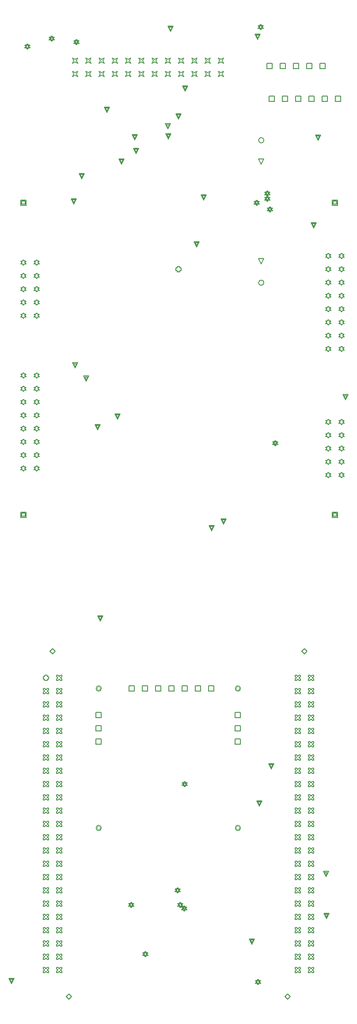
<source format=gbr>
G04 Layer_Color=2752767*
%FSLAX26Y26*%
%MOIN*%
%TF.FileFunction,Drawing*%
%TF.Part,Single*%
G01*
G75*
%TA.AperFunction,NonConductor*%
%ADD48C,0.005000*%
%ADD106C,0.006667*%
%ADD107C,0.004000*%
D48*
X-889851Y2200178D02*
X-889851Y2240178D01*
X-849851Y2240178D01*
X-849851Y2200178D01*
X-889851Y2200178D01*
X-889851Y2300178D02*
X-889851Y2340178D01*
X-849851Y2340178D01*
X-849851Y2300178D01*
X-889851Y2300178D01*
X-889851Y2400178D02*
X-889851Y2440178D01*
X-849851Y2440178D01*
X-849851Y2400178D01*
X-889851Y2400178D01*
X-1939851Y2200178D02*
X-1939851Y2240178D01*
X-1899851Y2240178D01*
X-1899851Y2200178D01*
X-1939851Y2200178D01*
X-1939851Y2300178D02*
X-1939851Y2340178D01*
X-1899851Y2340178D01*
X-1899851Y2300178D01*
X-1939851Y2300178D01*
X-1939851Y2400178D02*
X-1939851Y2440178D01*
X-1899851Y2440178D01*
X-1899851Y2400178D01*
X-1939851Y2400178D01*
X-693803Y6565760D02*
X-713803Y6605760D01*
X-673803Y6605760D01*
X-693803Y6565760D01*
X-695403Y5817160D02*
X-715403Y5857160D01*
X-675403Y5857160D01*
X-695403Y5817160D01*
X-188000Y4208500D02*
X-178000Y4218500D01*
X-168000Y4218500D01*
X-178000Y4228500D01*
X-168000Y4238500D01*
X-178000Y4238500D01*
X-188000Y4248500D01*
X-198000Y4238500D01*
X-208000Y4238500D01*
X-198000Y4228500D01*
X-208000Y4218500D01*
X-198000Y4218500D01*
X-188000Y4208500D01*
X-188000Y4308500D02*
X-178000Y4318500D01*
X-168000Y4318500D01*
X-178000Y4328500D01*
X-168000Y4338500D01*
X-178000Y4338500D01*
X-188000Y4348500D01*
X-198000Y4338500D01*
X-208000Y4338500D01*
X-198000Y4328500D01*
X-208000Y4318500D01*
X-198000Y4318500D01*
X-188000Y4308500D01*
X-188000Y4408500D02*
X-178000Y4418500D01*
X-168000Y4418500D01*
X-178000Y4428500D01*
X-168000Y4438500D01*
X-178000Y4438500D01*
X-188000Y4448500D01*
X-198000Y4438500D01*
X-208000Y4438500D01*
X-198000Y4428500D01*
X-208000Y4418500D01*
X-198000Y4418500D01*
X-188000Y4408500D01*
X-188000Y4508500D02*
X-178000Y4518500D01*
X-168000Y4518500D01*
X-178000Y4528500D01*
X-168000Y4538500D01*
X-178000Y4538500D01*
X-188000Y4548500D01*
X-198000Y4538500D01*
X-208000Y4538500D01*
X-198000Y4528500D01*
X-208000Y4518500D01*
X-198000Y4518500D01*
X-188000Y4508500D01*
X-188000Y4608500D02*
X-178000Y4618500D01*
X-168000Y4618500D01*
X-178000Y4628500D01*
X-168000Y4638500D01*
X-178000Y4638500D01*
X-188000Y4648500D01*
X-198000Y4638500D01*
X-208000Y4638500D01*
X-198000Y4628500D01*
X-208000Y4618500D01*
X-198000Y4618500D01*
X-188000Y4608500D01*
X-88000Y4208500D02*
X-78000Y4218500D01*
X-68000Y4218500D01*
X-78000Y4228500D01*
X-68000Y4238500D01*
X-78000Y4238500D01*
X-88000Y4248500D01*
X-98000Y4238500D01*
X-108000Y4238500D01*
X-98000Y4228500D01*
X-108000Y4218500D01*
X-98000Y4218500D01*
X-88000Y4208500D01*
X-88000Y4308500D02*
X-78000Y4318500D01*
X-68000Y4318500D01*
X-78000Y4328500D01*
X-68000Y4338500D01*
X-78000Y4338500D01*
X-88000Y4348500D01*
X-98000Y4338500D01*
X-108000Y4338500D01*
X-98000Y4328500D01*
X-108000Y4318500D01*
X-98000Y4318500D01*
X-88000Y4308500D01*
X-88000Y4408500D02*
X-78000Y4418500D01*
X-68000Y4418500D01*
X-78000Y4428500D01*
X-68000Y4438500D01*
X-78000Y4438500D01*
X-88000Y4448500D01*
X-98000Y4438500D01*
X-108000Y4438500D01*
X-98000Y4428500D01*
X-108000Y4418500D01*
X-98000Y4418500D01*
X-88000Y4408500D01*
X-88000Y4508500D02*
X-78000Y4518500D01*
X-68000Y4518500D01*
X-78000Y4528500D01*
X-68000Y4538500D01*
X-78000Y4538500D01*
X-88000Y4548500D01*
X-98000Y4538500D01*
X-108000Y4538500D01*
X-98000Y4528500D01*
X-108000Y4518500D01*
X-98000Y4518500D01*
X-88000Y4508500D01*
X-88000Y4608500D02*
X-78000Y4618500D01*
X-68000Y4618500D01*
X-78000Y4628500D01*
X-68000Y4638500D01*
X-78000Y4638500D01*
X-88000Y4648500D01*
X-98000Y4638500D01*
X-108000Y4638500D01*
X-98000Y4628500D01*
X-108000Y4618500D01*
X-98000Y4618500D01*
X-88000Y4608500D01*
X-1118000Y7228500D02*
X-1108000Y7248500D01*
X-1118000Y7268500D01*
X-1098000Y7258500D01*
X-1078000Y7268500D01*
X-1088000Y7248500D01*
X-1078000Y7228500D01*
X-1098000Y7238500D01*
X-1118000Y7228500D01*
X-1118000Y7328500D02*
X-1108000Y7348500D01*
X-1118000Y7368500D01*
X-1098000Y7358500D01*
X-1078000Y7368500D01*
X-1088000Y7348500D01*
X-1078000Y7328500D01*
X-1098000Y7338500D01*
X-1118000Y7328500D01*
X-1218000Y7328500D02*
X-1208000Y7348500D01*
X-1218000Y7368500D01*
X-1198000Y7358500D01*
X-1178000Y7368500D01*
X-1188000Y7348500D01*
X-1178000Y7328500D01*
X-1198000Y7338500D01*
X-1218000Y7328500D01*
X-1318000Y7328500D02*
X-1308000Y7348500D01*
X-1318000Y7368500D01*
X-1298000Y7358500D01*
X-1278000Y7368500D01*
X-1288000Y7348500D01*
X-1278000Y7328500D01*
X-1298000Y7338500D01*
X-1318000Y7328500D01*
X-1418000Y7328500D02*
X-1408000Y7348500D01*
X-1418000Y7368500D01*
X-1398000Y7358500D01*
X-1378000Y7368500D01*
X-1388000Y7348500D01*
X-1378000Y7328500D01*
X-1398000Y7338500D01*
X-1418000Y7328500D01*
X-1518000Y7328500D02*
X-1508000Y7348500D01*
X-1518000Y7368500D01*
X-1498000Y7358500D01*
X-1478000Y7368500D01*
X-1488000Y7348500D01*
X-1478000Y7328500D01*
X-1498000Y7338500D01*
X-1518000Y7328500D01*
X-1618000Y7328500D02*
X-1608000Y7348500D01*
X-1618000Y7368500D01*
X-1598000Y7358500D01*
X-1578000Y7368500D01*
X-1588000Y7348500D01*
X-1578000Y7328500D01*
X-1598000Y7338500D01*
X-1618000Y7328500D01*
X-1718000Y7328500D02*
X-1708000Y7348500D01*
X-1718000Y7368500D01*
X-1698000Y7358500D01*
X-1678000Y7368500D01*
X-1688000Y7348500D01*
X-1678000Y7328500D01*
X-1698000Y7338500D01*
X-1718000Y7328500D01*
X-1818000Y7328500D02*
X-1808000Y7348500D01*
X-1818000Y7368500D01*
X-1798000Y7358500D01*
X-1778000Y7368500D01*
X-1788000Y7348500D01*
X-1778000Y7328500D01*
X-1798000Y7338500D01*
X-1818000Y7328500D01*
X-1918000Y7328500D02*
X-1908000Y7348500D01*
X-1918000Y7368500D01*
X-1898000Y7358500D01*
X-1878000Y7368500D01*
X-1888000Y7348500D01*
X-1878000Y7328500D01*
X-1898000Y7338500D01*
X-1918000Y7328500D01*
X-2018000Y7328500D02*
X-2008000Y7348500D01*
X-2018000Y7368500D01*
X-1998000Y7358500D01*
X-1978000Y7368500D01*
X-1988000Y7348500D01*
X-1978000Y7328500D01*
X-1998000Y7338500D01*
X-2018000Y7328500D01*
X-2118000Y7328500D02*
X-2108000Y7348500D01*
X-2118000Y7368500D01*
X-2098000Y7358500D01*
X-2078000Y7368500D01*
X-2088000Y7348500D01*
X-2078000Y7328500D01*
X-2098000Y7338500D01*
X-2118000Y7328500D01*
X-1218000Y7228500D02*
X-1208000Y7248500D01*
X-1218000Y7268500D01*
X-1198000Y7258500D01*
X-1178000Y7268500D01*
X-1188000Y7248500D01*
X-1178000Y7228500D01*
X-1198000Y7238500D01*
X-1218000Y7228500D01*
X-1318000Y7228500D02*
X-1308000Y7248500D01*
X-1318000Y7268500D01*
X-1298000Y7258500D01*
X-1278000Y7268500D01*
X-1288000Y7248500D01*
X-1278000Y7228500D01*
X-1298000Y7238500D01*
X-1318000Y7228500D01*
X-1418000Y7228500D02*
X-1408000Y7248500D01*
X-1418000Y7268500D01*
X-1398000Y7258500D01*
X-1378000Y7268500D01*
X-1388000Y7248500D01*
X-1378000Y7228500D01*
X-1398000Y7238500D01*
X-1418000Y7228500D01*
X-1518000Y7228500D02*
X-1508000Y7248500D01*
X-1518000Y7268500D01*
X-1498000Y7258500D01*
X-1478000Y7268500D01*
X-1488000Y7248500D01*
X-1478000Y7228500D01*
X-1498000Y7238500D01*
X-1518000Y7228500D01*
X-1618000Y7228500D02*
X-1608000Y7248500D01*
X-1618000Y7268500D01*
X-1598000Y7258500D01*
X-1578000Y7268500D01*
X-1588000Y7248500D01*
X-1578000Y7228500D01*
X-1598000Y7238500D01*
X-1618000Y7228500D01*
X-1718000Y7228500D02*
X-1708000Y7248500D01*
X-1718000Y7268500D01*
X-1698000Y7258500D01*
X-1678000Y7268500D01*
X-1688000Y7248500D01*
X-1678000Y7228500D01*
X-1698000Y7238500D01*
X-1718000Y7228500D01*
X-1818000Y7228500D02*
X-1808000Y7248500D01*
X-1818000Y7268500D01*
X-1798000Y7258500D01*
X-1778000Y7268500D01*
X-1788000Y7248500D01*
X-1778000Y7228500D01*
X-1798000Y7238500D01*
X-1818000Y7228500D01*
X-1918000Y7228500D02*
X-1908000Y7248500D01*
X-1918000Y7268500D01*
X-1898000Y7258500D01*
X-1878000Y7268500D01*
X-1888000Y7248500D01*
X-1878000Y7228500D01*
X-1898000Y7238500D01*
X-1918000Y7228500D01*
X-2018000Y7228500D02*
X-2008000Y7248500D01*
X-2018000Y7268500D01*
X-1998000Y7258500D01*
X-1978000Y7268500D01*
X-1988000Y7248500D01*
X-1978000Y7228500D01*
X-1998000Y7238500D01*
X-2018000Y7228500D01*
X-2118000Y7228500D02*
X-2108000Y7248500D01*
X-2118000Y7268500D01*
X-2098000Y7258500D01*
X-2078000Y7268500D01*
X-2088000Y7248500D01*
X-2078000Y7228500D01*
X-2098000Y7238500D01*
X-2118000Y7228500D01*
X-1018000Y7328500D02*
X-1008000Y7348500D01*
X-1018000Y7368500D01*
X-998000Y7358500D01*
X-978000Y7368500D01*
X-988000Y7348500D01*
X-978000Y7328500D01*
X-998000Y7338500D01*
X-1018000Y7328500D01*
X-1018000Y7228500D02*
X-1008000Y7248500D01*
X-1018000Y7268500D01*
X-998000Y7258500D01*
X-978000Y7268500D01*
X-988000Y7248500D01*
X-978000Y7228500D01*
X-998000Y7238500D01*
X-1018000Y7228500D01*
X-2328000Y2690000D02*
X-2328000Y2680000D01*
X-2308000Y2680000D01*
X-2308000Y2690000D01*
X-2298000Y2690000D01*
X-2298000Y2710000D01*
X-2308000Y2710000D01*
X-2308000Y2720000D01*
X-2328000Y2720000D01*
X-2328000Y2710000D01*
X-2338000Y2710000D01*
X-2338000Y2690000D01*
X-2328000Y2690000D01*
X-438000Y480000D02*
X-428000Y480000D01*
X-418000Y490000D01*
X-408000Y480000D01*
X-398000Y480000D01*
X-398000Y490000D01*
X-408000Y500000D01*
X-398000Y510000D01*
X-398000Y520000D01*
X-408000Y520000D01*
X-418000Y510000D01*
X-428000Y520000D01*
X-438000Y520000D01*
X-438000Y510000D01*
X-428000Y500000D01*
X-438000Y490000D01*
X-438000Y480000D01*
X-438000Y580000D02*
X-428000Y580000D01*
X-418000Y590000D01*
X-408000Y580000D01*
X-398000Y580000D01*
X-398000Y590000D01*
X-408000Y600000D01*
X-398000Y610000D01*
X-398000Y620000D01*
X-408000Y620000D01*
X-418000Y610000D01*
X-428000Y620000D01*
X-438000Y620000D01*
X-438000Y610000D01*
X-428000Y600000D01*
X-438000Y590000D01*
X-438000Y580000D01*
X-438000Y680000D02*
X-428000Y680000D01*
X-418000Y690000D01*
X-408000Y680000D01*
X-398000Y680000D01*
X-398000Y690000D01*
X-408000Y700000D01*
X-398000Y710000D01*
X-398000Y720000D01*
X-408000Y720000D01*
X-418000Y710000D01*
X-428000Y720000D01*
X-438000Y720000D01*
X-438000Y710000D01*
X-428000Y700000D01*
X-438000Y690000D01*
X-438000Y680000D01*
X-438000Y780000D02*
X-428000Y780000D01*
X-418000Y790000D01*
X-408000Y780000D01*
X-398000Y780000D01*
X-398000Y790000D01*
X-408000Y800000D01*
X-398000Y810000D01*
X-398000Y820000D01*
X-408000Y820000D01*
X-418000Y810000D01*
X-428000Y820000D01*
X-438000Y820000D01*
X-438000Y810000D01*
X-428000Y800000D01*
X-438000Y790000D01*
X-438000Y780000D01*
X-438000Y880000D02*
X-428000Y880000D01*
X-418000Y890000D01*
X-408000Y880000D01*
X-398000Y880000D01*
X-398000Y890000D01*
X-408000Y900000D01*
X-398000Y910000D01*
X-398000Y920000D01*
X-408000Y920000D01*
X-418000Y910000D01*
X-428000Y920000D01*
X-438000Y920000D01*
X-438000Y910000D01*
X-428000Y900000D01*
X-438000Y890000D01*
X-438000Y880000D01*
X-438000Y980000D02*
X-428000Y980000D01*
X-418000Y990000D01*
X-408000Y980000D01*
X-398000Y980000D01*
X-398000Y990000D01*
X-408000Y1000000D01*
X-398000Y1010000D01*
X-398000Y1020000D01*
X-408000Y1020000D01*
X-418000Y1010000D01*
X-428000Y1020000D01*
X-438000Y1020000D01*
X-438000Y1010000D01*
X-428000Y1000000D01*
X-438000Y990000D01*
X-438000Y980000D01*
X-438000Y1080000D02*
X-428000Y1080000D01*
X-418000Y1090000D01*
X-408000Y1080000D01*
X-398000Y1080000D01*
X-398000Y1090000D01*
X-408000Y1100000D01*
X-398000Y1110000D01*
X-398000Y1120000D01*
X-408000Y1120000D01*
X-418000Y1110000D01*
X-428000Y1120000D01*
X-438000Y1120000D01*
X-438000Y1110000D01*
X-428000Y1100000D01*
X-438000Y1090000D01*
X-438000Y1080000D01*
X-438000Y1180000D02*
X-428000Y1180000D01*
X-418000Y1190000D01*
X-408000Y1180000D01*
X-398000Y1180000D01*
X-398000Y1190000D01*
X-408000Y1200000D01*
X-398000Y1210000D01*
X-398000Y1220000D01*
X-408000Y1220000D01*
X-418000Y1210000D01*
X-428000Y1220000D01*
X-438000Y1220000D01*
X-438000Y1210000D01*
X-428000Y1200000D01*
X-438000Y1190000D01*
X-438000Y1180000D01*
X-438000Y1280000D02*
X-428000Y1280000D01*
X-418000Y1290000D01*
X-408000Y1280000D01*
X-398000Y1280000D01*
X-398000Y1290000D01*
X-408000Y1300000D01*
X-398000Y1310000D01*
X-398000Y1320000D01*
X-408000Y1320000D01*
X-418000Y1310000D01*
X-428000Y1320000D01*
X-438000Y1320000D01*
X-438000Y1310000D01*
X-428000Y1300000D01*
X-438000Y1290000D01*
X-438000Y1280000D01*
X-438000Y1380000D02*
X-428000Y1380000D01*
X-418000Y1390000D01*
X-408000Y1380000D01*
X-398000Y1380000D01*
X-398000Y1390000D01*
X-408000Y1400000D01*
X-398000Y1410000D01*
X-398000Y1420000D01*
X-408000Y1420000D01*
X-418000Y1410000D01*
X-428000Y1420000D01*
X-438000Y1420000D01*
X-438000Y1410000D01*
X-428000Y1400000D01*
X-438000Y1390000D01*
X-438000Y1380000D01*
X-438000Y1480000D02*
X-428000Y1480000D01*
X-418000Y1490000D01*
X-408000Y1480000D01*
X-398000Y1480000D01*
X-398000Y1490000D01*
X-408000Y1500000D01*
X-398000Y1510000D01*
X-398000Y1520000D01*
X-408000Y1520000D01*
X-418000Y1510000D01*
X-428000Y1520000D01*
X-438000Y1520000D01*
X-438000Y1510000D01*
X-428000Y1500000D01*
X-438000Y1490000D01*
X-438000Y1480000D01*
X-438000Y1580000D02*
X-428000Y1580000D01*
X-418000Y1590000D01*
X-408000Y1580000D01*
X-398000Y1580000D01*
X-398000Y1590000D01*
X-408000Y1600000D01*
X-398000Y1610000D01*
X-398000Y1620000D01*
X-408000Y1620000D01*
X-418000Y1610000D01*
X-428000Y1620000D01*
X-438000Y1620000D01*
X-438000Y1610000D01*
X-428000Y1600000D01*
X-438000Y1590000D01*
X-438000Y1580000D01*
X-438000Y1680000D02*
X-428000Y1680000D01*
X-418000Y1690000D01*
X-408000Y1680000D01*
X-398000Y1680000D01*
X-398000Y1690000D01*
X-408000Y1700000D01*
X-398000Y1710000D01*
X-398000Y1720000D01*
X-408000Y1720000D01*
X-418000Y1710000D01*
X-428000Y1720000D01*
X-438000Y1720000D01*
X-438000Y1710000D01*
X-428000Y1700000D01*
X-438000Y1690000D01*
X-438000Y1680000D01*
X-438000Y1780000D02*
X-428000Y1780000D01*
X-418000Y1790000D01*
X-408000Y1780000D01*
X-398000Y1780000D01*
X-398000Y1790000D01*
X-408000Y1800000D01*
X-398000Y1810000D01*
X-398000Y1820000D01*
X-408000Y1820000D01*
X-418000Y1810000D01*
X-428000Y1820000D01*
X-438000Y1820000D01*
X-438000Y1810000D01*
X-428000Y1800000D01*
X-438000Y1790000D01*
X-438000Y1780000D01*
X-438000Y1880000D02*
X-428000Y1880000D01*
X-418000Y1890000D01*
X-408000Y1880000D01*
X-398000Y1880000D01*
X-398000Y1890000D01*
X-408000Y1900000D01*
X-398000Y1910000D01*
X-398000Y1920000D01*
X-408000Y1920000D01*
X-418000Y1910000D01*
X-428000Y1920000D01*
X-438000Y1920000D01*
X-438000Y1910000D01*
X-428000Y1900000D01*
X-438000Y1890000D01*
X-438000Y1880000D01*
X-438000Y1980000D02*
X-428000Y1980000D01*
X-418000Y1990000D01*
X-408000Y1980000D01*
X-398000Y1980000D01*
X-398000Y1990000D01*
X-408000Y2000000D01*
X-398000Y2010000D01*
X-398000Y2020000D01*
X-408000Y2020000D01*
X-418000Y2010000D01*
X-428000Y2020000D01*
X-438000Y2020000D01*
X-438000Y2010000D01*
X-428000Y2000000D01*
X-438000Y1990000D01*
X-438000Y1980000D01*
X-438000Y2080000D02*
X-428000Y2080000D01*
X-418000Y2090000D01*
X-408000Y2080000D01*
X-398000Y2080000D01*
X-398000Y2090000D01*
X-408000Y2100000D01*
X-398000Y2110000D01*
X-398000Y2120000D01*
X-408000Y2120000D01*
X-418000Y2110000D01*
X-428000Y2120000D01*
X-438000Y2120000D01*
X-438000Y2110000D01*
X-428000Y2100000D01*
X-438000Y2090000D01*
X-438000Y2080000D01*
X-438000Y2180000D02*
X-428000Y2180000D01*
X-418000Y2190000D01*
X-408000Y2180000D01*
X-398000Y2180000D01*
X-398000Y2190000D01*
X-408000Y2200000D01*
X-398000Y2210000D01*
X-398000Y2220000D01*
X-408000Y2220000D01*
X-418000Y2210000D01*
X-428000Y2220000D01*
X-438000Y2220000D01*
X-438000Y2210000D01*
X-428000Y2200000D01*
X-438000Y2190000D01*
X-438000Y2180000D01*
X-438000Y2280000D02*
X-428000Y2280000D01*
X-418000Y2290000D01*
X-408000Y2280000D01*
X-398000Y2280000D01*
X-398000Y2290000D01*
X-408000Y2300000D01*
X-398000Y2310000D01*
X-398000Y2320000D01*
X-408000Y2320000D01*
X-418000Y2310000D01*
X-428000Y2320000D01*
X-438000Y2320000D01*
X-438000Y2310000D01*
X-428000Y2300000D01*
X-438000Y2290000D01*
X-438000Y2280000D01*
X-438000Y2380000D02*
X-428000Y2380000D01*
X-418000Y2390000D01*
X-408000Y2380000D01*
X-398000Y2380000D01*
X-398000Y2390000D01*
X-408000Y2400000D01*
X-398000Y2410000D01*
X-398000Y2420000D01*
X-408000Y2420000D01*
X-418000Y2410000D01*
X-428000Y2420000D01*
X-438000Y2420000D01*
X-438000Y2410000D01*
X-428000Y2400000D01*
X-438000Y2390000D01*
X-438000Y2380000D01*
X-438000Y2480000D02*
X-428000Y2480000D01*
X-418000Y2490000D01*
X-408000Y2480000D01*
X-398000Y2480000D01*
X-398000Y2490000D01*
X-408000Y2500000D01*
X-398000Y2510000D01*
X-398000Y2520000D01*
X-408000Y2520000D01*
X-418000Y2510000D01*
X-428000Y2520000D01*
X-438000Y2520000D01*
X-438000Y2510000D01*
X-428000Y2500000D01*
X-438000Y2490000D01*
X-438000Y2480000D01*
X-438000Y2580000D02*
X-428000Y2580000D01*
X-418000Y2590000D01*
X-408000Y2580000D01*
X-398000Y2580000D01*
X-398000Y2590000D01*
X-408000Y2600000D01*
X-398000Y2610000D01*
X-398000Y2620000D01*
X-408000Y2620000D01*
X-418000Y2610000D01*
X-428000Y2620000D01*
X-438000Y2620000D01*
X-438000Y2610000D01*
X-428000Y2600000D01*
X-438000Y2590000D01*
X-438000Y2580000D01*
X-338000Y480000D02*
X-328000Y480000D01*
X-318000Y490000D01*
X-308000Y480000D01*
X-298000Y480000D01*
X-298000Y490000D01*
X-308000Y500000D01*
X-298000Y510000D01*
X-298000Y520000D01*
X-308000Y520000D01*
X-318000Y510000D01*
X-328000Y520000D01*
X-338000Y520000D01*
X-338000Y510000D01*
X-328000Y500000D01*
X-338000Y490000D01*
X-338000Y480000D01*
X-338000Y580000D02*
X-328000Y580000D01*
X-318000Y590000D01*
X-308000Y580000D01*
X-298000Y580000D01*
X-298000Y590000D01*
X-308000Y600000D01*
X-298000Y610000D01*
X-298000Y620000D01*
X-308000Y620000D01*
X-318000Y610000D01*
X-328000Y620000D01*
X-338000Y620000D01*
X-338000Y610000D01*
X-328000Y600000D01*
X-338000Y590000D01*
X-338000Y580000D01*
X-338000Y680000D02*
X-328000Y680000D01*
X-318000Y690000D01*
X-308000Y680000D01*
X-298000Y680000D01*
X-298000Y690000D01*
X-308000Y700000D01*
X-298000Y710000D01*
X-298000Y720000D01*
X-308000Y720000D01*
X-318000Y710000D01*
X-328000Y720000D01*
X-338000Y720000D01*
X-338000Y710000D01*
X-328000Y700000D01*
X-338000Y690000D01*
X-338000Y680000D01*
X-338000Y780000D02*
X-328000Y780000D01*
X-318000Y790000D01*
X-308000Y780000D01*
X-298000Y780000D01*
X-298000Y790000D01*
X-308000Y800000D01*
X-298000Y810000D01*
X-298000Y820000D01*
X-308000Y820000D01*
X-318000Y810000D01*
X-328000Y820000D01*
X-338000Y820000D01*
X-338000Y810000D01*
X-328000Y800000D01*
X-338000Y790000D01*
X-338000Y780000D01*
X-338000Y880000D02*
X-328000Y880000D01*
X-318000Y890000D01*
X-308000Y880000D01*
X-298000Y880000D01*
X-298000Y890000D01*
X-308000Y900000D01*
X-298000Y910000D01*
X-298000Y920000D01*
X-308000Y920000D01*
X-318000Y910000D01*
X-328000Y920000D01*
X-338000Y920000D01*
X-338000Y910000D01*
X-328000Y900000D01*
X-338000Y890000D01*
X-338000Y880000D01*
X-338000Y980000D02*
X-328000Y980000D01*
X-318000Y990000D01*
X-308000Y980000D01*
X-298000Y980000D01*
X-298000Y990000D01*
X-308000Y1000000D01*
X-298000Y1010000D01*
X-298000Y1020000D01*
X-308000Y1020000D01*
X-318000Y1010000D01*
X-328000Y1020000D01*
X-338000Y1020000D01*
X-338000Y1010000D01*
X-328000Y1000000D01*
X-338000Y990000D01*
X-338000Y980000D01*
X-338000Y1080000D02*
X-328000Y1080000D01*
X-318000Y1090000D01*
X-308000Y1080000D01*
X-298000Y1080000D01*
X-298000Y1090000D01*
X-308000Y1100000D01*
X-298000Y1110000D01*
X-298000Y1120000D01*
X-308000Y1120000D01*
X-318000Y1110000D01*
X-328000Y1120000D01*
X-338000Y1120000D01*
X-338000Y1110000D01*
X-328000Y1100000D01*
X-338000Y1090000D01*
X-338000Y1080000D01*
X-338000Y1180000D02*
X-328000Y1180000D01*
X-318000Y1190000D01*
X-308000Y1180000D01*
X-298000Y1180000D01*
X-298000Y1190000D01*
X-308000Y1200000D01*
X-298000Y1210000D01*
X-298000Y1220000D01*
X-308000Y1220000D01*
X-318000Y1210000D01*
X-328000Y1220000D01*
X-338000Y1220000D01*
X-338000Y1210000D01*
X-328000Y1200000D01*
X-338000Y1190000D01*
X-338000Y1180000D01*
X-338000Y1280000D02*
X-328000Y1280000D01*
X-318000Y1290000D01*
X-308000Y1280000D01*
X-298000Y1280000D01*
X-298000Y1290000D01*
X-308000Y1300000D01*
X-298000Y1310000D01*
X-298000Y1320000D01*
X-308000Y1320000D01*
X-318000Y1310000D01*
X-328000Y1320000D01*
X-338000Y1320000D01*
X-338000Y1310000D01*
X-328000Y1300000D01*
X-338000Y1290000D01*
X-338000Y1280000D01*
X-338000Y1380000D02*
X-328000Y1380000D01*
X-318000Y1390000D01*
X-308000Y1380000D01*
X-298000Y1380000D01*
X-298000Y1390000D01*
X-308000Y1400000D01*
X-298000Y1410000D01*
X-298000Y1420000D01*
X-308000Y1420000D01*
X-318000Y1410000D01*
X-328000Y1420000D01*
X-338000Y1420000D01*
X-338000Y1410000D01*
X-328000Y1400000D01*
X-338000Y1390000D01*
X-338000Y1380000D01*
X-338000Y1480000D02*
X-328000Y1480000D01*
X-318000Y1490000D01*
X-308000Y1480000D01*
X-298000Y1480000D01*
X-298000Y1490000D01*
X-308000Y1500000D01*
X-298000Y1510000D01*
X-298000Y1520000D01*
X-308000Y1520000D01*
X-318000Y1510000D01*
X-328000Y1520000D01*
X-338000Y1520000D01*
X-338000Y1510000D01*
X-328000Y1500000D01*
X-338000Y1490000D01*
X-338000Y1480000D01*
X-338000Y1580000D02*
X-328000Y1580000D01*
X-318000Y1590000D01*
X-308000Y1580000D01*
X-298000Y1580000D01*
X-298000Y1590000D01*
X-308000Y1600000D01*
X-298000Y1610000D01*
X-298000Y1620000D01*
X-308000Y1620000D01*
X-318000Y1610000D01*
X-328000Y1620000D01*
X-338000Y1620000D01*
X-338000Y1610000D01*
X-328000Y1600000D01*
X-338000Y1590000D01*
X-338000Y1580000D01*
X-338000Y1680000D02*
X-328000Y1680000D01*
X-318000Y1690000D01*
X-308000Y1680000D01*
X-298000Y1680000D01*
X-298000Y1690000D01*
X-308000Y1700000D01*
X-298000Y1710000D01*
X-298000Y1720000D01*
X-308000Y1720000D01*
X-318000Y1710000D01*
X-328000Y1720000D01*
X-338000Y1720000D01*
X-338000Y1710000D01*
X-328000Y1700000D01*
X-338000Y1690000D01*
X-338000Y1680000D01*
X-338000Y1780000D02*
X-328000Y1780000D01*
X-318000Y1790000D01*
X-308000Y1780000D01*
X-298000Y1780000D01*
X-298000Y1790000D01*
X-308000Y1800000D01*
X-298000Y1810000D01*
X-298000Y1820000D01*
X-308000Y1820000D01*
X-318000Y1810000D01*
X-328000Y1820000D01*
X-338000Y1820000D01*
X-338000Y1810000D01*
X-328000Y1800000D01*
X-338000Y1790000D01*
X-338000Y1780000D01*
X-338000Y1880000D02*
X-328000Y1880000D01*
X-318000Y1890000D01*
X-308000Y1880000D01*
X-298000Y1880000D01*
X-298000Y1890000D01*
X-308000Y1900000D01*
X-298000Y1910000D01*
X-298000Y1920000D01*
X-308000Y1920000D01*
X-318000Y1910000D01*
X-328000Y1920000D01*
X-338000Y1920000D01*
X-338000Y1910000D01*
X-328000Y1900000D01*
X-338000Y1890000D01*
X-338000Y1880000D01*
X-338000Y1980000D02*
X-328000Y1980000D01*
X-318000Y1990000D01*
X-308000Y1980000D01*
X-298000Y1980000D01*
X-298000Y1990000D01*
X-308000Y2000000D01*
X-298000Y2010000D01*
X-298000Y2020000D01*
X-308000Y2020000D01*
X-318000Y2010000D01*
X-328000Y2020000D01*
X-338000Y2020000D01*
X-338000Y2010000D01*
X-328000Y2000000D01*
X-338000Y1990000D01*
X-338000Y1980000D01*
X-338000Y2080000D02*
X-328000Y2080000D01*
X-318000Y2090000D01*
X-308000Y2080000D01*
X-298000Y2080000D01*
X-298000Y2090000D01*
X-308000Y2100000D01*
X-298000Y2110000D01*
X-298000Y2120000D01*
X-308000Y2120000D01*
X-318000Y2110000D01*
X-328000Y2120000D01*
X-338000Y2120000D01*
X-338000Y2110000D01*
X-328000Y2100000D01*
X-338000Y2090000D01*
X-338000Y2080000D01*
X-338000Y2180000D02*
X-328000Y2180000D01*
X-318000Y2190000D01*
X-308000Y2180000D01*
X-298000Y2180000D01*
X-298000Y2190000D01*
X-308000Y2200000D01*
X-298000Y2210000D01*
X-298000Y2220000D01*
X-308000Y2220000D01*
X-318000Y2210000D01*
X-328000Y2220000D01*
X-338000Y2220000D01*
X-338000Y2210000D01*
X-328000Y2200000D01*
X-338000Y2190000D01*
X-338000Y2180000D01*
X-338000Y2280000D02*
X-328000Y2280000D01*
X-318000Y2290000D01*
X-308000Y2280000D01*
X-298000Y2280000D01*
X-298000Y2290000D01*
X-308000Y2300000D01*
X-298000Y2310000D01*
X-298000Y2320000D01*
X-308000Y2320000D01*
X-318000Y2310000D01*
X-328000Y2320000D01*
X-338000Y2320000D01*
X-338000Y2310000D01*
X-328000Y2300000D01*
X-338000Y2290000D01*
X-338000Y2280000D01*
X-338000Y2380000D02*
X-328000Y2380000D01*
X-318000Y2390000D01*
X-308000Y2380000D01*
X-298000Y2380000D01*
X-298000Y2390000D01*
X-308000Y2400000D01*
X-298000Y2410000D01*
X-298000Y2420000D01*
X-308000Y2420000D01*
X-318000Y2410000D01*
X-328000Y2420000D01*
X-338000Y2420000D01*
X-338000Y2410000D01*
X-328000Y2400000D01*
X-338000Y2390000D01*
X-338000Y2380000D01*
X-338000Y2480000D02*
X-328000Y2480000D01*
X-318000Y2490000D01*
X-308000Y2480000D01*
X-298000Y2480000D01*
X-298000Y2490000D01*
X-308000Y2500000D01*
X-298000Y2510000D01*
X-298000Y2520000D01*
X-308000Y2520000D01*
X-318000Y2510000D01*
X-328000Y2520000D01*
X-338000Y2520000D01*
X-338000Y2510000D01*
X-328000Y2500000D01*
X-338000Y2490000D01*
X-338000Y2480000D01*
X-338000Y2580000D02*
X-328000Y2580000D01*
X-318000Y2590000D01*
X-308000Y2580000D01*
X-298000Y2580000D01*
X-298000Y2590000D01*
X-308000Y2600000D01*
X-298000Y2610000D01*
X-298000Y2620000D01*
X-308000Y2620000D01*
X-318000Y2610000D01*
X-328000Y2620000D01*
X-338000Y2620000D01*
X-338000Y2610000D01*
X-328000Y2600000D01*
X-338000Y2590000D01*
X-338000Y2580000D01*
X-338000Y2680000D02*
X-328000Y2680000D01*
X-318000Y2690000D01*
X-308000Y2680000D01*
X-298000Y2680000D01*
X-298000Y2690000D01*
X-308000Y2700000D01*
X-298000Y2710000D01*
X-298000Y2720000D01*
X-308000Y2720000D01*
X-318000Y2710000D01*
X-328000Y2720000D01*
X-338000Y2720000D01*
X-338000Y2710000D01*
X-328000Y2700000D01*
X-338000Y2690000D01*
X-338000Y2680000D01*
X-438000Y2680000D02*
X-428000Y2680000D01*
X-418000Y2690000D01*
X-408000Y2680000D01*
X-398000Y2680000D01*
X-398000Y2690000D01*
X-408000Y2700000D01*
X-398000Y2710000D01*
X-398000Y2720000D01*
X-408000Y2720000D01*
X-418000Y2710000D01*
X-428000Y2720000D01*
X-438000Y2720000D01*
X-438000Y2710000D01*
X-428000Y2700000D01*
X-438000Y2690000D01*
X-438000Y2680000D01*
X-2338000Y480000D02*
X-2328000Y480000D01*
X-2318000Y490000D01*
X-2308000Y480000D01*
X-2298000Y480000D01*
X-2298000Y490000D01*
X-2308000Y500000D01*
X-2298000Y510000D01*
X-2298000Y520000D01*
X-2308000Y520000D01*
X-2318000Y510000D01*
X-2328000Y520000D01*
X-2338000Y520000D01*
X-2338000Y510000D01*
X-2328000Y500000D01*
X-2338000Y490000D01*
X-2338000Y480000D01*
X-2338000Y580000D02*
X-2328000Y580000D01*
X-2318000Y590000D01*
X-2308000Y580000D01*
X-2298000Y580000D01*
X-2298000Y590000D01*
X-2308000Y600000D01*
X-2298000Y610000D01*
X-2298000Y620000D01*
X-2308000Y620000D01*
X-2318000Y610000D01*
X-2328000Y620000D01*
X-2338000Y620000D01*
X-2338000Y610000D01*
X-2328000Y600000D01*
X-2338000Y590000D01*
X-2338000Y580000D01*
X-2338000Y680000D02*
X-2328000Y680000D01*
X-2318000Y690000D01*
X-2308000Y680000D01*
X-2298000Y680000D01*
X-2298000Y690000D01*
X-2308000Y700000D01*
X-2298000Y710000D01*
X-2298000Y720000D01*
X-2308000Y720000D01*
X-2318000Y710000D01*
X-2328000Y720000D01*
X-2338000Y720000D01*
X-2338000Y710000D01*
X-2328000Y700000D01*
X-2338000Y690000D01*
X-2338000Y680000D01*
X-2338000Y780000D02*
X-2328000Y780000D01*
X-2318000Y790000D01*
X-2308000Y780000D01*
X-2298000Y780000D01*
X-2298000Y790000D01*
X-2308000Y800000D01*
X-2298000Y810000D01*
X-2298000Y820000D01*
X-2308000Y820000D01*
X-2318000Y810000D01*
X-2328000Y820000D01*
X-2338000Y820000D01*
X-2338000Y810000D01*
X-2328000Y800000D01*
X-2338000Y790000D01*
X-2338000Y780000D01*
X-2338000Y880000D02*
X-2328000Y880000D01*
X-2318000Y890000D01*
X-2308000Y880000D01*
X-2298000Y880000D01*
X-2298000Y890000D01*
X-2308000Y900000D01*
X-2298000Y910000D01*
X-2298000Y920000D01*
X-2308000Y920000D01*
X-2318000Y910000D01*
X-2328000Y920000D01*
X-2338000Y920000D01*
X-2338000Y910000D01*
X-2328000Y900000D01*
X-2338000Y890000D01*
X-2338000Y880000D01*
X-2338000Y980000D02*
X-2328000Y980000D01*
X-2318000Y990000D01*
X-2308000Y980000D01*
X-2298000Y980000D01*
X-2298000Y990000D01*
X-2308000Y1000000D01*
X-2298000Y1010000D01*
X-2298000Y1020000D01*
X-2308000Y1020000D01*
X-2318000Y1010000D01*
X-2328000Y1020000D01*
X-2338000Y1020000D01*
X-2338000Y1010000D01*
X-2328000Y1000000D01*
X-2338000Y990000D01*
X-2338000Y980000D01*
X-2338000Y1080000D02*
X-2328000Y1080000D01*
X-2318000Y1090000D01*
X-2308000Y1080000D01*
X-2298000Y1080000D01*
X-2298000Y1090000D01*
X-2308000Y1100000D01*
X-2298000Y1110000D01*
X-2298000Y1120000D01*
X-2308000Y1120000D01*
X-2318000Y1110000D01*
X-2328000Y1120000D01*
X-2338000Y1120000D01*
X-2338000Y1110000D01*
X-2328000Y1100000D01*
X-2338000Y1090000D01*
X-2338000Y1080000D01*
X-2338000Y1180000D02*
X-2328000Y1180000D01*
X-2318000Y1190000D01*
X-2308000Y1180000D01*
X-2298000Y1180000D01*
X-2298000Y1190000D01*
X-2308000Y1200000D01*
X-2298000Y1210000D01*
X-2298000Y1220000D01*
X-2308000Y1220000D01*
X-2318000Y1210000D01*
X-2328000Y1220000D01*
X-2338000Y1220000D01*
X-2338000Y1210000D01*
X-2328000Y1200000D01*
X-2338000Y1190000D01*
X-2338000Y1180000D01*
X-2338000Y1280000D02*
X-2328000Y1280000D01*
X-2318000Y1290000D01*
X-2308000Y1280000D01*
X-2298000Y1280000D01*
X-2298000Y1290000D01*
X-2308000Y1300000D01*
X-2298000Y1310000D01*
X-2298000Y1320000D01*
X-2308000Y1320000D01*
X-2318000Y1310000D01*
X-2328000Y1320000D01*
X-2338000Y1320000D01*
X-2338000Y1310000D01*
X-2328000Y1300000D01*
X-2338000Y1290000D01*
X-2338000Y1280000D01*
X-2338000Y1380000D02*
X-2328000Y1380000D01*
X-2318000Y1390000D01*
X-2308000Y1380000D01*
X-2298000Y1380000D01*
X-2298000Y1390000D01*
X-2308000Y1400000D01*
X-2298000Y1410000D01*
X-2298000Y1420000D01*
X-2308000Y1420000D01*
X-2318000Y1410000D01*
X-2328000Y1420000D01*
X-2338000Y1420000D01*
X-2338000Y1410000D01*
X-2328000Y1400000D01*
X-2338000Y1390000D01*
X-2338000Y1380000D01*
X-2338000Y1480000D02*
X-2328000Y1480000D01*
X-2318000Y1490000D01*
X-2308000Y1480000D01*
X-2298000Y1480000D01*
X-2298000Y1490000D01*
X-2308000Y1500000D01*
X-2298000Y1510000D01*
X-2298000Y1520000D01*
X-2308000Y1520000D01*
X-2318000Y1510000D01*
X-2328000Y1520000D01*
X-2338000Y1520000D01*
X-2338000Y1510000D01*
X-2328000Y1500000D01*
X-2338000Y1490000D01*
X-2338000Y1480000D01*
X-2338000Y1580000D02*
X-2328000Y1580000D01*
X-2318000Y1590000D01*
X-2308000Y1580000D01*
X-2298000Y1580000D01*
X-2298000Y1590000D01*
X-2308000Y1600000D01*
X-2298000Y1610000D01*
X-2298000Y1620000D01*
X-2308000Y1620000D01*
X-2318000Y1610000D01*
X-2328000Y1620000D01*
X-2338000Y1620000D01*
X-2338000Y1610000D01*
X-2328000Y1600000D01*
X-2338000Y1590000D01*
X-2338000Y1580000D01*
X-2338000Y1680000D02*
X-2328000Y1680000D01*
X-2318000Y1690000D01*
X-2308000Y1680000D01*
X-2298000Y1680000D01*
X-2298000Y1690000D01*
X-2308000Y1700000D01*
X-2298000Y1710000D01*
X-2298000Y1720000D01*
X-2308000Y1720000D01*
X-2318000Y1710000D01*
X-2328000Y1720000D01*
X-2338000Y1720000D01*
X-2338000Y1710000D01*
X-2328000Y1700000D01*
X-2338000Y1690000D01*
X-2338000Y1680000D01*
X-2338000Y1780000D02*
X-2328000Y1780000D01*
X-2318000Y1790000D01*
X-2308000Y1780000D01*
X-2298000Y1780000D01*
X-2298000Y1790000D01*
X-2308000Y1800000D01*
X-2298000Y1810000D01*
X-2298000Y1820000D01*
X-2308000Y1820000D01*
X-2318000Y1810000D01*
X-2328000Y1820000D01*
X-2338000Y1820000D01*
X-2338000Y1810000D01*
X-2328000Y1800000D01*
X-2338000Y1790000D01*
X-2338000Y1780000D01*
X-2338000Y1880000D02*
X-2328000Y1880000D01*
X-2318000Y1890000D01*
X-2308000Y1880000D01*
X-2298000Y1880000D01*
X-2298000Y1890000D01*
X-2308000Y1900000D01*
X-2298000Y1910000D01*
X-2298000Y1920000D01*
X-2308000Y1920000D01*
X-2318000Y1910000D01*
X-2328000Y1920000D01*
X-2338000Y1920000D01*
X-2338000Y1910000D01*
X-2328000Y1900000D01*
X-2338000Y1890000D01*
X-2338000Y1880000D01*
X-2338000Y1980000D02*
X-2328000Y1980000D01*
X-2318000Y1990000D01*
X-2308000Y1980000D01*
X-2298000Y1980000D01*
X-2298000Y1990000D01*
X-2308000Y2000000D01*
X-2298000Y2010000D01*
X-2298000Y2020000D01*
X-2308000Y2020000D01*
X-2318000Y2010000D01*
X-2328000Y2020000D01*
X-2338000Y2020000D01*
X-2338000Y2010000D01*
X-2328000Y2000000D01*
X-2338000Y1990000D01*
X-2338000Y1980000D01*
X-2338000Y2080000D02*
X-2328000Y2080000D01*
X-2318000Y2090000D01*
X-2308000Y2080000D01*
X-2298000Y2080000D01*
X-2298000Y2090000D01*
X-2308000Y2100000D01*
X-2298000Y2110000D01*
X-2298000Y2120000D01*
X-2308000Y2120000D01*
X-2318000Y2110000D01*
X-2328000Y2120000D01*
X-2338000Y2120000D01*
X-2338000Y2110000D01*
X-2328000Y2100000D01*
X-2338000Y2090000D01*
X-2338000Y2080000D01*
X-2338000Y2180000D02*
X-2328000Y2180000D01*
X-2318000Y2190000D01*
X-2308000Y2180000D01*
X-2298000Y2180000D01*
X-2298000Y2190000D01*
X-2308000Y2200000D01*
X-2298000Y2210000D01*
X-2298000Y2220000D01*
X-2308000Y2220000D01*
X-2318000Y2210000D01*
X-2328000Y2220000D01*
X-2338000Y2220000D01*
X-2338000Y2210000D01*
X-2328000Y2200000D01*
X-2338000Y2190000D01*
X-2338000Y2180000D01*
X-2338000Y2280000D02*
X-2328000Y2280000D01*
X-2318000Y2290000D01*
X-2308000Y2280000D01*
X-2298000Y2280000D01*
X-2298000Y2290000D01*
X-2308000Y2300000D01*
X-2298000Y2310000D01*
X-2298000Y2320000D01*
X-2308000Y2320000D01*
X-2318000Y2310000D01*
X-2328000Y2320000D01*
X-2338000Y2320000D01*
X-2338000Y2310000D01*
X-2328000Y2300000D01*
X-2338000Y2290000D01*
X-2338000Y2280000D01*
X-2338000Y2380000D02*
X-2328000Y2380000D01*
X-2318000Y2390000D01*
X-2308000Y2380000D01*
X-2298000Y2380000D01*
X-2298000Y2390000D01*
X-2308000Y2400000D01*
X-2298000Y2410000D01*
X-2298000Y2420000D01*
X-2308000Y2420000D01*
X-2318000Y2410000D01*
X-2328000Y2420000D01*
X-2338000Y2420000D01*
X-2338000Y2410000D01*
X-2328000Y2400000D01*
X-2338000Y2390000D01*
X-2338000Y2380000D01*
X-2338000Y2480000D02*
X-2328000Y2480000D01*
X-2318000Y2490000D01*
X-2308000Y2480000D01*
X-2298000Y2480000D01*
X-2298000Y2490000D01*
X-2308000Y2500000D01*
X-2298000Y2510000D01*
X-2298000Y2520000D01*
X-2308000Y2520000D01*
X-2318000Y2510000D01*
X-2328000Y2520000D01*
X-2338000Y2520000D01*
X-2338000Y2510000D01*
X-2328000Y2500000D01*
X-2338000Y2490000D01*
X-2338000Y2480000D01*
X-2338000Y2580000D02*
X-2328000Y2580000D01*
X-2318000Y2590000D01*
X-2308000Y2580000D01*
X-2298000Y2580000D01*
X-2298000Y2590000D01*
X-2308000Y2600000D01*
X-2298000Y2610000D01*
X-2298000Y2620000D01*
X-2308000Y2620000D01*
X-2318000Y2610000D01*
X-2328000Y2620000D01*
X-2338000Y2620000D01*
X-2338000Y2610000D01*
X-2328000Y2600000D01*
X-2338000Y2590000D01*
X-2338000Y2580000D01*
X-2238000Y480000D02*
X-2228000Y480000D01*
X-2218000Y490000D01*
X-2208000Y480000D01*
X-2198000Y480000D01*
X-2198000Y490000D01*
X-2208000Y500000D01*
X-2198000Y510000D01*
X-2198000Y520000D01*
X-2208000Y520000D01*
X-2218000Y510000D01*
X-2228000Y520000D01*
X-2238000Y520000D01*
X-2238000Y510000D01*
X-2228000Y500000D01*
X-2238000Y490000D01*
X-2238000Y480000D01*
X-2238000Y580000D02*
X-2228000Y580000D01*
X-2218000Y590000D01*
X-2208000Y580000D01*
X-2198000Y580000D01*
X-2198000Y590000D01*
X-2208000Y600000D01*
X-2198000Y610000D01*
X-2198000Y620000D01*
X-2208000Y620000D01*
X-2218000Y610000D01*
X-2228000Y620000D01*
X-2238000Y620000D01*
X-2238000Y610000D01*
X-2228000Y600000D01*
X-2238000Y590000D01*
X-2238000Y580000D01*
X-2238000Y680000D02*
X-2228000Y680000D01*
X-2218000Y690000D01*
X-2208000Y680000D01*
X-2198000Y680000D01*
X-2198000Y690000D01*
X-2208000Y700000D01*
X-2198000Y710000D01*
X-2198000Y720000D01*
X-2208000Y720000D01*
X-2218000Y710000D01*
X-2228000Y720000D01*
X-2238000Y720000D01*
X-2238000Y710000D01*
X-2228000Y700000D01*
X-2238000Y690000D01*
X-2238000Y680000D01*
X-2238000Y780000D02*
X-2228000Y780000D01*
X-2218000Y790000D01*
X-2208000Y780000D01*
X-2198000Y780000D01*
X-2198000Y790000D01*
X-2208000Y800000D01*
X-2198000Y810000D01*
X-2198000Y820000D01*
X-2208000Y820000D01*
X-2218000Y810000D01*
X-2228000Y820000D01*
X-2238000Y820000D01*
X-2238000Y810000D01*
X-2228000Y800000D01*
X-2238000Y790000D01*
X-2238000Y780000D01*
X-2238000Y880000D02*
X-2228000Y880000D01*
X-2218000Y890000D01*
X-2208000Y880000D01*
X-2198000Y880000D01*
X-2198000Y890000D01*
X-2208000Y900000D01*
X-2198000Y910000D01*
X-2198000Y920000D01*
X-2208000Y920000D01*
X-2218000Y910000D01*
X-2228000Y920000D01*
X-2238000Y920000D01*
X-2238000Y910000D01*
X-2228000Y900000D01*
X-2238000Y890000D01*
X-2238000Y880000D01*
X-2238000Y980000D02*
X-2228000Y980000D01*
X-2218000Y990000D01*
X-2208000Y980000D01*
X-2198000Y980000D01*
X-2198000Y990000D01*
X-2208000Y1000000D01*
X-2198000Y1010000D01*
X-2198000Y1020000D01*
X-2208000Y1020000D01*
X-2218000Y1010000D01*
X-2228000Y1020000D01*
X-2238000Y1020000D01*
X-2238000Y1010000D01*
X-2228000Y1000000D01*
X-2238000Y990000D01*
X-2238000Y980000D01*
X-2238000Y1080000D02*
X-2228000Y1080000D01*
X-2218000Y1090000D01*
X-2208000Y1080000D01*
X-2198000Y1080000D01*
X-2198000Y1090000D01*
X-2208000Y1100000D01*
X-2198000Y1110000D01*
X-2198000Y1120000D01*
X-2208000Y1120000D01*
X-2218000Y1110000D01*
X-2228000Y1120000D01*
X-2238000Y1120000D01*
X-2238000Y1110000D01*
X-2228000Y1100000D01*
X-2238000Y1090000D01*
X-2238000Y1080000D01*
X-2238000Y1180000D02*
X-2228000Y1180000D01*
X-2218000Y1190000D01*
X-2208000Y1180000D01*
X-2198000Y1180000D01*
X-2198000Y1190000D01*
X-2208000Y1200000D01*
X-2198000Y1210000D01*
X-2198000Y1220000D01*
X-2208000Y1220000D01*
X-2218000Y1210000D01*
X-2228000Y1220000D01*
X-2238000Y1220000D01*
X-2238000Y1210000D01*
X-2228000Y1200000D01*
X-2238000Y1190000D01*
X-2238000Y1180000D01*
X-2238000Y1280000D02*
X-2228000Y1280000D01*
X-2218000Y1290000D01*
X-2208000Y1280000D01*
X-2198000Y1280000D01*
X-2198000Y1290000D01*
X-2208000Y1300000D01*
X-2198000Y1310000D01*
X-2198000Y1320000D01*
X-2208000Y1320000D01*
X-2218000Y1310000D01*
X-2228000Y1320000D01*
X-2238000Y1320000D01*
X-2238000Y1310000D01*
X-2228000Y1300000D01*
X-2238000Y1290000D01*
X-2238000Y1280000D01*
X-2238000Y1380000D02*
X-2228000Y1380000D01*
X-2218000Y1390000D01*
X-2208000Y1380000D01*
X-2198000Y1380000D01*
X-2198000Y1390000D01*
X-2208000Y1400000D01*
X-2198000Y1410000D01*
X-2198000Y1420000D01*
X-2208000Y1420000D01*
X-2218000Y1410000D01*
X-2228000Y1420000D01*
X-2238000Y1420000D01*
X-2238000Y1410000D01*
X-2228000Y1400000D01*
X-2238000Y1390000D01*
X-2238000Y1380000D01*
X-2238000Y1480000D02*
X-2228000Y1480000D01*
X-2218000Y1490000D01*
X-2208000Y1480000D01*
X-2198000Y1480000D01*
X-2198000Y1490000D01*
X-2208000Y1500000D01*
X-2198000Y1510000D01*
X-2198000Y1520000D01*
X-2208000Y1520000D01*
X-2218000Y1510000D01*
X-2228000Y1520000D01*
X-2238000Y1520000D01*
X-2238000Y1510000D01*
X-2228000Y1500000D01*
X-2238000Y1490000D01*
X-2238000Y1480000D01*
X-2238000Y1580000D02*
X-2228000Y1580000D01*
X-2218000Y1590000D01*
X-2208000Y1580000D01*
X-2198000Y1580000D01*
X-2198000Y1590000D01*
X-2208000Y1600000D01*
X-2198000Y1610000D01*
X-2198000Y1620000D01*
X-2208000Y1620000D01*
X-2218000Y1610000D01*
X-2228000Y1620000D01*
X-2238000Y1620000D01*
X-2238000Y1610000D01*
X-2228000Y1600000D01*
X-2238000Y1590000D01*
X-2238000Y1580000D01*
X-2238000Y1680000D02*
X-2228000Y1680000D01*
X-2218000Y1690000D01*
X-2208000Y1680000D01*
X-2198000Y1680000D01*
X-2198000Y1690000D01*
X-2208000Y1700000D01*
X-2198000Y1710000D01*
X-2198000Y1720000D01*
X-2208000Y1720000D01*
X-2218000Y1710000D01*
X-2228000Y1720000D01*
X-2238000Y1720000D01*
X-2238000Y1710000D01*
X-2228000Y1700000D01*
X-2238000Y1690000D01*
X-2238000Y1680000D01*
X-2238000Y1780000D02*
X-2228000Y1780000D01*
X-2218000Y1790000D01*
X-2208000Y1780000D01*
X-2198000Y1780000D01*
X-2198000Y1790000D01*
X-2208000Y1800000D01*
X-2198000Y1810000D01*
X-2198000Y1820000D01*
X-2208000Y1820000D01*
X-2218000Y1810000D01*
X-2228000Y1820000D01*
X-2238000Y1820000D01*
X-2238000Y1810000D01*
X-2228000Y1800000D01*
X-2238000Y1790000D01*
X-2238000Y1780000D01*
X-2238000Y1880000D02*
X-2228000Y1880000D01*
X-2218000Y1890000D01*
X-2208000Y1880000D01*
X-2198000Y1880000D01*
X-2198000Y1890000D01*
X-2208000Y1900000D01*
X-2198000Y1910000D01*
X-2198000Y1920000D01*
X-2208000Y1920000D01*
X-2218000Y1910000D01*
X-2228000Y1920000D01*
X-2238000Y1920000D01*
X-2238000Y1910000D01*
X-2228000Y1900000D01*
X-2238000Y1890000D01*
X-2238000Y1880000D01*
X-2238000Y1980000D02*
X-2228000Y1980000D01*
X-2218000Y1990000D01*
X-2208000Y1980000D01*
X-2198000Y1980000D01*
X-2198000Y1990000D01*
X-2208000Y2000000D01*
X-2198000Y2010000D01*
X-2198000Y2020000D01*
X-2208000Y2020000D01*
X-2218000Y2010000D01*
X-2228000Y2020000D01*
X-2238000Y2020000D01*
X-2238000Y2010000D01*
X-2228000Y2000000D01*
X-2238000Y1990000D01*
X-2238000Y1980000D01*
X-2238000Y2080000D02*
X-2228000Y2080000D01*
X-2218000Y2090000D01*
X-2208000Y2080000D01*
X-2198000Y2080000D01*
X-2198000Y2090000D01*
X-2208000Y2100000D01*
X-2198000Y2110000D01*
X-2198000Y2120000D01*
X-2208000Y2120000D01*
X-2218000Y2110000D01*
X-2228000Y2120000D01*
X-2238000Y2120000D01*
X-2238000Y2110000D01*
X-2228000Y2100000D01*
X-2238000Y2090000D01*
X-2238000Y2080000D01*
X-2238000Y2180000D02*
X-2228000Y2180000D01*
X-2218000Y2190000D01*
X-2208000Y2180000D01*
X-2198000Y2180000D01*
X-2198000Y2190000D01*
X-2208000Y2200000D01*
X-2198000Y2210000D01*
X-2198000Y2220000D01*
X-2208000Y2220000D01*
X-2218000Y2210000D01*
X-2228000Y2220000D01*
X-2238000Y2220000D01*
X-2238000Y2210000D01*
X-2228000Y2200000D01*
X-2238000Y2190000D01*
X-2238000Y2180000D01*
X-2238000Y2280000D02*
X-2228000Y2280000D01*
X-2218000Y2290000D01*
X-2208000Y2280000D01*
X-2198000Y2280000D01*
X-2198000Y2290000D01*
X-2208000Y2300000D01*
X-2198000Y2310000D01*
X-2198000Y2320000D01*
X-2208000Y2320000D01*
X-2218000Y2310000D01*
X-2228000Y2320000D01*
X-2238000Y2320000D01*
X-2238000Y2310000D01*
X-2228000Y2300000D01*
X-2238000Y2290000D01*
X-2238000Y2280000D01*
X-2238000Y2380000D02*
X-2228000Y2380000D01*
X-2218000Y2390000D01*
X-2208000Y2380000D01*
X-2198000Y2380000D01*
X-2198000Y2390000D01*
X-2208000Y2400000D01*
X-2198000Y2410000D01*
X-2198000Y2420000D01*
X-2208000Y2420000D01*
X-2218000Y2410000D01*
X-2228000Y2420000D01*
X-2238000Y2420000D01*
X-2238000Y2410000D01*
X-2228000Y2400000D01*
X-2238000Y2390000D01*
X-2238000Y2380000D01*
X-2238000Y2480000D02*
X-2228000Y2480000D01*
X-2218000Y2490000D01*
X-2208000Y2480000D01*
X-2198000Y2480000D01*
X-2198000Y2490000D01*
X-2208000Y2500000D01*
X-2198000Y2510000D01*
X-2198000Y2520000D01*
X-2208000Y2520000D01*
X-2218000Y2510000D01*
X-2228000Y2520000D01*
X-2238000Y2520000D01*
X-2238000Y2510000D01*
X-2228000Y2500000D01*
X-2238000Y2490000D01*
X-2238000Y2480000D01*
X-2238000Y2580000D02*
X-2228000Y2580000D01*
X-2218000Y2590000D01*
X-2208000Y2580000D01*
X-2198000Y2580000D01*
X-2198000Y2590000D01*
X-2208000Y2600000D01*
X-2198000Y2610000D01*
X-2198000Y2620000D01*
X-2208000Y2620000D01*
X-2218000Y2610000D01*
X-2228000Y2620000D01*
X-2238000Y2620000D01*
X-2238000Y2610000D01*
X-2228000Y2600000D01*
X-2238000Y2590000D01*
X-2238000Y2580000D01*
X-2238000Y2680000D02*
X-2228000Y2680000D01*
X-2218000Y2690000D01*
X-2208000Y2680000D01*
X-2198000Y2680000D01*
X-2198000Y2690000D01*
X-2208000Y2700000D01*
X-2198000Y2710000D01*
X-2198000Y2720000D01*
X-2208000Y2720000D01*
X-2218000Y2710000D01*
X-2228000Y2720000D01*
X-2238000Y2720000D01*
X-2238000Y2710000D01*
X-2228000Y2700000D01*
X-2238000Y2690000D01*
X-2238000Y2680000D01*
X-2163000Y300000D02*
X-2143000Y320000D01*
X-2123000Y300000D01*
X-2143000Y280000D01*
X-2163000Y300000D01*
X-513000Y300000D02*
X-493000Y320000D01*
X-473000Y300000D01*
X-493000Y280000D01*
X-513000Y300000D01*
X-388000Y2900000D02*
X-368000Y2920000D01*
X-348000Y2900000D01*
X-368000Y2880000D01*
X-388000Y2900000D01*
X-2288000Y2900000D02*
X-2268000Y2920000D01*
X-2248000Y2900000D01*
X-2268000Y2880000D01*
X-2288000Y2900000D01*
X-136001Y7041500D02*
X-136001Y7081500D01*
X-96001Y7081500D01*
X-96001Y7041500D01*
X-136001Y7041500D01*
X-236001Y7041500D02*
X-236001Y7081500D01*
X-196001Y7081500D01*
X-196001Y7041500D01*
X-236001Y7041500D01*
X-336001Y7041500D02*
X-336001Y7081500D01*
X-296001Y7081500D01*
X-296001Y7041500D01*
X-336001Y7041500D01*
X-436001Y7041500D02*
X-436001Y7081500D01*
X-396001Y7081500D01*
X-396001Y7041500D01*
X-436001Y7041500D01*
X-536001Y7041500D02*
X-536001Y7081500D01*
X-496001Y7081500D01*
X-496001Y7041500D01*
X-536001Y7041500D01*
X-636001Y7041500D02*
X-636001Y7081500D01*
X-596001Y7081500D01*
X-596001Y7041500D01*
X-636001Y7041500D01*
X-350481Y7287176D02*
X-350481Y7327176D01*
X-310481Y7327176D01*
X-310481Y7287176D01*
X-350481Y7287176D01*
X-450481Y7287176D02*
X-450481Y7327176D01*
X-410481Y7327176D01*
X-410481Y7287176D01*
X-450481Y7287176D01*
X-550481Y7287176D02*
X-550481Y7327176D01*
X-510481Y7327176D01*
X-510481Y7287176D01*
X-550481Y7287176D01*
X-650481Y7287176D02*
X-650481Y7327176D01*
X-610481Y7327176D01*
X-610481Y7287176D01*
X-650481Y7287176D01*
X-250481Y7287176D02*
X-250481Y7327176D01*
X-210481Y7327176D01*
X-210481Y7287176D01*
X-250481Y7287176D01*
X-2488000Y5408500D02*
X-2478000Y5418500D01*
X-2468000Y5418500D01*
X-2478000Y5428500D01*
X-2468000Y5438500D01*
X-2478000Y5438500D01*
X-2488000Y5448500D01*
X-2498000Y5438500D01*
X-2508000Y5438500D01*
X-2498000Y5428500D01*
X-2508000Y5418500D01*
X-2498000Y5418500D01*
X-2488000Y5408500D01*
X-2488000Y5508500D02*
X-2478000Y5518500D01*
X-2468000Y5518500D01*
X-2478000Y5528500D01*
X-2468000Y5538500D01*
X-2478000Y5538500D01*
X-2488000Y5548500D01*
X-2498000Y5538500D01*
X-2508000Y5538500D01*
X-2498000Y5528500D01*
X-2508000Y5518500D01*
X-2498000Y5518500D01*
X-2488000Y5508500D01*
X-2488000Y5608500D02*
X-2478000Y5618500D01*
X-2468000Y5618500D01*
X-2478000Y5628500D01*
X-2468000Y5638500D01*
X-2478000Y5638500D01*
X-2488000Y5648500D01*
X-2498000Y5638500D01*
X-2508000Y5638500D01*
X-2498000Y5628500D01*
X-2508000Y5618500D01*
X-2498000Y5618500D01*
X-2488000Y5608500D01*
X-2488000Y5708500D02*
X-2478000Y5718500D01*
X-2468000Y5718500D01*
X-2478000Y5728500D01*
X-2468000Y5738500D01*
X-2478000Y5738500D01*
X-2488000Y5748500D01*
X-2498000Y5738500D01*
X-2508000Y5738500D01*
X-2498000Y5728500D01*
X-2508000Y5718500D01*
X-2498000Y5718500D01*
X-2488000Y5708500D01*
X-2488000Y5808500D02*
X-2478000Y5818500D01*
X-2468000Y5818500D01*
X-2478000Y5828500D01*
X-2468000Y5838500D01*
X-2478000Y5838500D01*
X-2488000Y5848500D01*
X-2498000Y5838500D01*
X-2508000Y5838500D01*
X-2498000Y5828500D01*
X-2508000Y5818500D01*
X-2498000Y5818500D01*
X-2488000Y5808500D01*
X-2388000Y5408500D02*
X-2378000Y5418500D01*
X-2368000Y5418500D01*
X-2378000Y5428500D01*
X-2368000Y5438500D01*
X-2378000Y5438500D01*
X-2388000Y5448500D01*
X-2398000Y5438500D01*
X-2408000Y5438500D01*
X-2398000Y5428500D01*
X-2408000Y5418500D01*
X-2398000Y5418500D01*
X-2388000Y5408500D01*
X-2388000Y5508500D02*
X-2378000Y5518500D01*
X-2368000Y5518500D01*
X-2378000Y5528500D01*
X-2368000Y5538500D01*
X-2378000Y5538500D01*
X-2388000Y5548500D01*
X-2398000Y5538500D01*
X-2408000Y5538500D01*
X-2398000Y5528500D01*
X-2408000Y5518500D01*
X-2398000Y5518500D01*
X-2388000Y5508500D01*
X-2388000Y5608500D02*
X-2378000Y5618500D01*
X-2368000Y5618500D01*
X-2378000Y5628500D01*
X-2368000Y5638500D01*
X-2378000Y5638500D01*
X-2388000Y5648500D01*
X-2398000Y5638500D01*
X-2408000Y5638500D01*
X-2398000Y5628500D01*
X-2408000Y5618500D01*
X-2398000Y5618500D01*
X-2388000Y5608500D01*
X-2388000Y5708500D02*
X-2378000Y5718500D01*
X-2368000Y5718500D01*
X-2378000Y5728500D01*
X-2368000Y5738500D01*
X-2378000Y5738500D01*
X-2388000Y5748500D01*
X-2398000Y5738500D01*
X-2408000Y5738500D01*
X-2398000Y5728500D01*
X-2408000Y5718500D01*
X-2398000Y5718500D01*
X-2388000Y5708500D01*
X-2388000Y5808500D02*
X-2378000Y5818500D01*
X-2368000Y5818500D01*
X-2378000Y5828500D01*
X-2368000Y5838500D01*
X-2378000Y5838500D01*
X-2388000Y5848500D01*
X-2398000Y5838500D01*
X-2408000Y5838500D01*
X-2398000Y5828500D01*
X-2408000Y5818500D01*
X-2398000Y5818500D01*
X-2388000Y5808500D01*
X-1328000Y5768500D02*
X-1328000Y5758500D01*
X-1308000Y5758500D01*
X-1308000Y5768500D01*
X-1298000Y5768500D01*
X-1298000Y5788500D01*
X-1308000Y5788500D01*
X-1308000Y5798500D01*
X-1328000Y5798500D01*
X-1328000Y5788500D01*
X-1338000Y5788500D01*
X-1338000Y5768500D01*
X-1328000Y5768500D01*
X-2508000Y6258500D02*
X-2508000Y6298500D01*
X-2468000Y6298500D01*
X-2468000Y6258500D01*
X-2508000Y6258500D01*
X-2500000Y6266500D02*
X-2500000Y6290500D01*
X-2476000Y6290500D01*
X-2476000Y6266500D01*
X-2500000Y6266500D01*
X-2508000Y3908500D02*
X-2508000Y3948500D01*
X-2468000Y3948500D01*
X-2468000Y3908500D01*
X-2508000Y3908500D01*
X-2500000Y3916500D02*
X-2500000Y3940500D01*
X-2476000Y3940500D01*
X-2476000Y3916500D01*
X-2500000Y3916500D01*
X-158000Y6258500D02*
X-158000Y6298500D01*
X-118000Y6298500D01*
X-118000Y6258500D01*
X-158000Y6258500D01*
X-150000Y6266500D02*
X-150000Y6290500D01*
X-126000Y6290500D01*
X-126000Y6266500D01*
X-150000Y6266500D01*
X-158000Y3908500D02*
X-158000Y3948500D01*
X-118000Y3948500D01*
X-118000Y3908500D01*
X-158000Y3908500D01*
X-150000Y3916500D02*
X-150000Y3940500D01*
X-126000Y3940500D01*
X-126000Y3916500D01*
X-150000Y3916500D01*
X-2388000Y4258500D02*
X-2378000Y4268500D01*
X-2368000Y4268500D01*
X-2378000Y4278500D01*
X-2368000Y4288500D01*
X-2378000Y4288500D01*
X-2388000Y4298500D01*
X-2398000Y4288500D01*
X-2408000Y4288500D01*
X-2398000Y4278500D01*
X-2408000Y4268500D01*
X-2398000Y4268500D01*
X-2388000Y4258500D01*
X-2388000Y4358500D02*
X-2378000Y4368500D01*
X-2368000Y4368500D01*
X-2378000Y4378500D01*
X-2368000Y4388500D01*
X-2378000Y4388500D01*
X-2388000Y4398500D01*
X-2398000Y4388500D01*
X-2408000Y4388500D01*
X-2398000Y4378500D01*
X-2408000Y4368500D01*
X-2398000Y4368500D01*
X-2388000Y4358500D01*
X-2388000Y4458500D02*
X-2378000Y4468500D01*
X-2368000Y4468500D01*
X-2378000Y4478500D01*
X-2368000Y4488500D01*
X-2378000Y4488500D01*
X-2388000Y4498500D01*
X-2398000Y4488500D01*
X-2408000Y4488500D01*
X-2398000Y4478500D01*
X-2408000Y4468500D01*
X-2398000Y4468500D01*
X-2388000Y4458500D01*
X-2488000Y4258500D02*
X-2478000Y4268500D01*
X-2468000Y4268500D01*
X-2478000Y4278500D01*
X-2468000Y4288500D01*
X-2478000Y4288500D01*
X-2488000Y4298500D01*
X-2498000Y4288500D01*
X-2508000Y4288500D01*
X-2498000Y4278500D01*
X-2508000Y4268500D01*
X-2498000Y4268500D01*
X-2488000Y4258500D01*
X-2488000Y4358500D02*
X-2478000Y4368500D01*
X-2468000Y4368500D01*
X-2478000Y4378500D01*
X-2468000Y4388500D01*
X-2478000Y4388500D01*
X-2488000Y4398500D01*
X-2498000Y4388500D01*
X-2508000Y4388500D01*
X-2498000Y4378500D01*
X-2508000Y4368500D01*
X-2498000Y4368500D01*
X-2488000Y4358500D01*
X-2488000Y4458500D02*
X-2478000Y4468500D01*
X-2468000Y4468500D01*
X-2478000Y4478500D01*
X-2468000Y4488500D01*
X-2478000Y4488500D01*
X-2488000Y4498500D01*
X-2498000Y4488500D01*
X-2508000Y4488500D01*
X-2498000Y4478500D01*
X-2508000Y4468500D01*
X-2498000Y4468500D01*
X-2488000Y4458500D01*
X-2388000Y4558500D02*
X-2378000Y4568500D01*
X-2368000Y4568500D01*
X-2378000Y4578500D01*
X-2368000Y4588500D01*
X-2378000Y4588500D01*
X-2388000Y4598500D01*
X-2398000Y4588500D01*
X-2408000Y4588500D01*
X-2398000Y4578500D01*
X-2408000Y4568500D01*
X-2398000Y4568500D01*
X-2388000Y4558500D01*
X-2388000Y4658500D02*
X-2378000Y4668500D01*
X-2368000Y4668500D01*
X-2378000Y4678500D01*
X-2368000Y4688500D01*
X-2378000Y4688500D01*
X-2388000Y4698500D01*
X-2398000Y4688500D01*
X-2408000Y4688500D01*
X-2398000Y4678500D01*
X-2408000Y4668500D01*
X-2398000Y4668500D01*
X-2388000Y4658500D01*
X-2388000Y4758500D02*
X-2378000Y4768500D01*
X-2368000Y4768500D01*
X-2378000Y4778500D01*
X-2368000Y4788500D01*
X-2378000Y4788500D01*
X-2388000Y4798500D01*
X-2398000Y4788500D01*
X-2408000Y4788500D01*
X-2398000Y4778500D01*
X-2408000Y4768500D01*
X-2398000Y4768500D01*
X-2388000Y4758500D01*
X-2388000Y4858500D02*
X-2378000Y4868500D01*
X-2368000Y4868500D01*
X-2378000Y4878500D01*
X-2368000Y4888500D01*
X-2378000Y4888500D01*
X-2388000Y4898500D01*
X-2398000Y4888500D01*
X-2408000Y4888500D01*
X-2398000Y4878500D01*
X-2408000Y4868500D01*
X-2398000Y4868500D01*
X-2388000Y4858500D01*
X-2388000Y4958500D02*
X-2378000Y4968500D01*
X-2368000Y4968500D01*
X-2378000Y4978500D01*
X-2368000Y4988500D01*
X-2378000Y4988500D01*
X-2388000Y4998500D01*
X-2398000Y4988500D01*
X-2408000Y4988500D01*
X-2398000Y4978500D01*
X-2408000Y4968500D01*
X-2398000Y4968500D01*
X-2388000Y4958500D01*
X-2488000Y4558500D02*
X-2478000Y4568500D01*
X-2468000Y4568500D01*
X-2478000Y4578500D01*
X-2468000Y4588500D01*
X-2478000Y4588500D01*
X-2488000Y4598500D01*
X-2498000Y4588500D01*
X-2508000Y4588500D01*
X-2498000Y4578500D01*
X-2508000Y4568500D01*
X-2498000Y4568500D01*
X-2488000Y4558500D01*
X-2488000Y4658500D02*
X-2478000Y4668500D01*
X-2468000Y4668500D01*
X-2478000Y4678500D01*
X-2468000Y4688500D01*
X-2478000Y4688500D01*
X-2488000Y4698500D01*
X-2498000Y4688500D01*
X-2508000Y4688500D01*
X-2498000Y4678500D01*
X-2508000Y4668500D01*
X-2498000Y4668500D01*
X-2488000Y4658500D01*
X-2488000Y4758500D02*
X-2478000Y4768500D01*
X-2468000Y4768500D01*
X-2478000Y4778500D01*
X-2468000Y4788500D01*
X-2478000Y4788500D01*
X-2488000Y4798500D01*
X-2498000Y4788500D01*
X-2508000Y4788500D01*
X-2498000Y4778500D01*
X-2508000Y4768500D01*
X-2498000Y4768500D01*
X-2488000Y4758500D01*
X-2488000Y4858500D02*
X-2478000Y4868500D01*
X-2468000Y4868500D01*
X-2478000Y4878500D01*
X-2468000Y4888500D01*
X-2478000Y4888500D01*
X-2488000Y4898500D01*
X-2498000Y4888500D01*
X-2508000Y4888500D01*
X-2498000Y4878500D01*
X-2508000Y4868500D01*
X-2498000Y4868500D01*
X-2488000Y4858500D01*
X-2488000Y4958500D02*
X-2478000Y4968500D01*
X-2468000Y4968500D01*
X-2478000Y4978500D01*
X-2468000Y4988500D01*
X-2478000Y4988500D01*
X-2488000Y4998500D01*
X-2498000Y4988500D01*
X-2508000Y4988500D01*
X-2498000Y4978500D01*
X-2508000Y4968500D01*
X-2498000Y4968500D01*
X-2488000Y4958500D01*
X-88000Y5158500D02*
X-78000Y5168500D01*
X-68000Y5168500D01*
X-78000Y5178500D01*
X-68000Y5188500D01*
X-78000Y5188500D01*
X-88000Y5198500D01*
X-98000Y5188500D01*
X-108000Y5188500D01*
X-98000Y5178500D01*
X-108000Y5168500D01*
X-98000Y5168500D01*
X-88000Y5158500D01*
X-88000Y5258500D02*
X-78000Y5268500D01*
X-68000Y5268500D01*
X-78000Y5278500D01*
X-68000Y5288500D01*
X-78000Y5288500D01*
X-88000Y5298500D01*
X-98000Y5288500D01*
X-108000Y5288500D01*
X-98000Y5278500D01*
X-108000Y5268500D01*
X-98000Y5268500D01*
X-88000Y5258500D01*
X-88000Y5358500D02*
X-78000Y5368500D01*
X-68000Y5368500D01*
X-78000Y5378500D01*
X-68000Y5388500D01*
X-78000Y5388500D01*
X-88000Y5398500D01*
X-98000Y5388500D01*
X-108000Y5388500D01*
X-98000Y5378500D01*
X-108000Y5368500D01*
X-98000Y5368500D01*
X-88000Y5358500D01*
X-188000Y5158500D02*
X-178000Y5168500D01*
X-168000Y5168500D01*
X-178000Y5178500D01*
X-168000Y5188500D01*
X-178000Y5188500D01*
X-188000Y5198500D01*
X-198000Y5188500D01*
X-208000Y5188500D01*
X-198000Y5178500D01*
X-208000Y5168500D01*
X-198000Y5168500D01*
X-188000Y5158500D01*
X-188000Y5258500D02*
X-178000Y5268500D01*
X-168000Y5268500D01*
X-178000Y5278500D01*
X-168000Y5288500D01*
X-178000Y5288500D01*
X-188000Y5298500D01*
X-198000Y5288500D01*
X-208000Y5288500D01*
X-198000Y5278500D01*
X-208000Y5268500D01*
X-198000Y5268500D01*
X-188000Y5258500D01*
X-188000Y5358500D02*
X-178000Y5368500D01*
X-168000Y5368500D01*
X-178000Y5378500D01*
X-168000Y5388500D01*
X-178000Y5388500D01*
X-188000Y5398500D01*
X-198000Y5388500D01*
X-208000Y5388500D01*
X-198000Y5378500D01*
X-208000Y5368500D01*
X-198000Y5368500D01*
X-188000Y5358500D01*
X-88000Y5458500D02*
X-78000Y5468500D01*
X-68000Y5468500D01*
X-78000Y5478500D01*
X-68000Y5488500D01*
X-78000Y5488500D01*
X-88000Y5498500D01*
X-98000Y5488500D01*
X-108000Y5488500D01*
X-98000Y5478500D01*
X-108000Y5468500D01*
X-98000Y5468500D01*
X-88000Y5458500D01*
X-88000Y5558500D02*
X-78000Y5568500D01*
X-68000Y5568500D01*
X-78000Y5578500D01*
X-68000Y5588500D01*
X-78000Y5588500D01*
X-88000Y5598500D01*
X-98000Y5588500D01*
X-108000Y5588500D01*
X-98000Y5578500D01*
X-108000Y5568500D01*
X-98000Y5568500D01*
X-88000Y5558500D01*
X-88000Y5658500D02*
X-78000Y5668500D01*
X-68000Y5668500D01*
X-78000Y5678500D01*
X-68000Y5688500D01*
X-78000Y5688500D01*
X-88000Y5698500D01*
X-98000Y5688500D01*
X-108000Y5688500D01*
X-98000Y5678500D01*
X-108000Y5668500D01*
X-98000Y5668500D01*
X-88000Y5658500D01*
X-88000Y5758500D02*
X-78000Y5768500D01*
X-68000Y5768500D01*
X-78000Y5778500D01*
X-68000Y5788500D01*
X-78000Y5788500D01*
X-88000Y5798500D01*
X-98000Y5788500D01*
X-108000Y5788500D01*
X-98000Y5778500D01*
X-108000Y5768500D01*
X-98000Y5768500D01*
X-88000Y5758500D01*
X-88000Y5858500D02*
X-78000Y5868500D01*
X-68000Y5868500D01*
X-78000Y5878500D01*
X-68000Y5888500D01*
X-78000Y5888500D01*
X-88000Y5898500D01*
X-98000Y5888500D01*
X-108000Y5888500D01*
X-98000Y5878500D01*
X-108000Y5868500D01*
X-98000Y5868500D01*
X-88000Y5858500D01*
X-188000Y5458500D02*
X-178000Y5468500D01*
X-168000Y5468500D01*
X-178000Y5478500D01*
X-168000Y5488500D01*
X-178000Y5488500D01*
X-188000Y5498500D01*
X-198000Y5488500D01*
X-208000Y5488500D01*
X-198000Y5478500D01*
X-208000Y5468500D01*
X-198000Y5468500D01*
X-188000Y5458500D01*
X-188000Y5558500D02*
X-178000Y5568500D01*
X-168000Y5568500D01*
X-178000Y5578500D01*
X-168000Y5588500D01*
X-178000Y5588500D01*
X-188000Y5598500D01*
X-198000Y5588500D01*
X-208000Y5588500D01*
X-198000Y5578500D01*
X-208000Y5568500D01*
X-198000Y5568500D01*
X-188000Y5558500D01*
X-188000Y5658500D02*
X-178000Y5668500D01*
X-168000Y5668500D01*
X-178000Y5678500D01*
X-168000Y5688500D01*
X-178000Y5688500D01*
X-188000Y5698500D01*
X-198000Y5688500D01*
X-208000Y5688500D01*
X-198000Y5678500D01*
X-208000Y5668500D01*
X-198000Y5668500D01*
X-188000Y5658500D01*
X-188000Y5758500D02*
X-178000Y5768500D01*
X-168000Y5768500D01*
X-178000Y5778500D01*
X-168000Y5788500D01*
X-178000Y5788500D01*
X-188000Y5798500D01*
X-198000Y5788500D01*
X-208000Y5788500D01*
X-198000Y5778500D01*
X-208000Y5768500D01*
X-198000Y5768500D01*
X-188000Y5758500D01*
X-188000Y5858500D02*
X-178000Y5868500D01*
X-168000Y5868500D01*
X-178000Y5878500D01*
X-168000Y5888500D01*
X-178000Y5888500D01*
X-188000Y5898500D01*
X-198000Y5888500D01*
X-208000Y5888500D01*
X-198000Y5878500D01*
X-208000Y5868500D01*
X-198000Y5868500D01*
X-188000Y5858500D01*
X-1289851Y2600178D02*
X-1289851Y2640178D01*
X-1249851Y2640178D01*
X-1249851Y2600178D01*
X-1289851Y2600178D01*
X-1089851Y2600178D02*
X-1089851Y2640178D01*
X-1049851Y2640178D01*
X-1049851Y2600178D01*
X-1089851Y2600178D01*
X-1189851Y2600178D02*
X-1189851Y2640178D01*
X-1149851Y2640178D01*
X-1149851Y2600178D01*
X-1189851Y2600178D01*
X-1389851Y2600178D02*
X-1389851Y2640178D01*
X-1349851Y2640178D01*
X-1349851Y2600178D01*
X-1389851Y2600178D01*
X-1489851Y2600178D02*
X-1489851Y2640178D01*
X-1449851Y2640178D01*
X-1449851Y2600178D01*
X-1489851Y2600178D01*
X-1589851Y2600178D02*
X-1589851Y2640178D01*
X-1549851Y2640178D01*
X-1549851Y2600178D01*
X-1589851Y2600178D01*
X-1689851Y2600178D02*
X-1689851Y2640178D01*
X-1649851Y2640178D01*
X-1649851Y2600178D01*
X-1689851Y2600178D01*
X-1179948Y5944948D02*
X-1199948Y5984948D01*
X-1159948Y5984948D01*
X-1179948Y5944948D01*
X-1179948Y5952948D02*
X-1191948Y5976948D01*
X-1167948Y5976948D01*
X-1179948Y5952948D01*
X-763000Y695000D02*
X-783000Y735000D01*
X-743000Y735000D01*
X-763000Y695000D01*
X-763000Y703000D02*
X-775000Y727000D01*
X-751000Y727000D01*
X-763000Y703000D01*
X-1568000Y600000D02*
X-1558000Y610000D01*
X-1548000Y610000D01*
X-1558000Y620000D01*
X-1548000Y630000D01*
X-1558000Y630000D01*
X-1568000Y640000D01*
X-1578000Y630000D01*
X-1588000Y630000D01*
X-1578000Y620000D01*
X-1588000Y610000D01*
X-1578000Y610000D01*
X-1568000Y600000D01*
X-1568000Y608000D02*
X-1562000Y614000D01*
X-1556000Y614000D01*
X-1562000Y620000D01*
X-1556000Y626000D01*
X-1562000Y626000D01*
X-1568000Y632000D01*
X-1574000Y626000D01*
X-1580000Y626000D01*
X-1574000Y620000D01*
X-1580000Y614000D01*
X-1574000Y614000D01*
X-1568000Y608000D01*
X-718000Y390000D02*
X-708000Y400000D01*
X-698000Y400000D01*
X-708000Y410000D01*
X-698000Y420000D01*
X-708000Y420000D01*
X-718000Y430000D01*
X-728000Y420000D01*
X-738000Y420000D01*
X-728000Y410000D01*
X-738000Y400000D01*
X-728000Y400000D01*
X-718000Y390000D01*
X-718000Y398000D02*
X-712000Y404000D01*
X-706000Y404000D01*
X-712000Y410000D01*
X-706000Y416000D01*
X-712000Y416000D01*
X-718000Y422000D01*
X-724000Y416000D01*
X-730000Y416000D01*
X-724000Y410000D01*
X-730000Y404000D01*
X-724000Y404000D01*
X-718000Y398000D01*
X-1271000Y1879500D02*
X-1261000Y1889500D01*
X-1251000Y1889500D01*
X-1261000Y1899500D01*
X-1251000Y1909500D01*
X-1261000Y1909500D01*
X-1271000Y1919500D01*
X-1281000Y1909500D01*
X-1291000Y1909500D01*
X-1281000Y1899500D01*
X-1291000Y1889500D01*
X-1281000Y1889500D01*
X-1271000Y1879500D01*
X-1271000Y1887500D02*
X-1265000Y1893500D01*
X-1259000Y1893500D01*
X-1265000Y1899500D01*
X-1259000Y1905500D01*
X-1265000Y1905500D01*
X-1271000Y1911500D01*
X-1277000Y1905500D01*
X-1283000Y1905500D01*
X-1277000Y1899500D01*
X-1283000Y1893500D01*
X-1277000Y1893500D01*
X-1271000Y1887500D01*
X-708000Y1735000D02*
X-728000Y1775000D01*
X-688000Y1775000D01*
X-708000Y1735000D01*
X-708000Y1743000D02*
X-720000Y1767000D01*
X-696000Y1767000D01*
X-708000Y1743000D01*
X-698000Y7580000D02*
X-688000Y7590000D01*
X-678000Y7590000D01*
X-688000Y7600000D01*
X-678000Y7610000D01*
X-688000Y7610000D01*
X-698000Y7620000D01*
X-708000Y7610000D01*
X-718000Y7610000D01*
X-708000Y7600000D01*
X-718000Y7590000D01*
X-708000Y7590000D01*
X-698000Y7580000D01*
X-698000Y7588000D02*
X-692000Y7594000D01*
X-686000Y7594000D01*
X-692000Y7600000D01*
X-686000Y7606000D01*
X-692000Y7606000D01*
X-698000Y7612000D01*
X-704000Y7606000D01*
X-710000Y7606000D01*
X-704000Y7600000D01*
X-710000Y7594000D01*
X-704000Y7594000D01*
X-698000Y7588000D01*
X-618000Y2015000D02*
X-638000Y2055000D01*
X-598000Y2055000D01*
X-618000Y2015000D01*
X-618000Y2023000D02*
X-630000Y2047000D01*
X-606000Y2047000D01*
X-618000Y2023000D01*
X-1748000Y6568500D02*
X-1768000Y6608500D01*
X-1728000Y6608500D01*
X-1748000Y6568500D01*
X-1748000Y6576500D02*
X-1760000Y6600500D01*
X-1736000Y6600500D01*
X-1748000Y6576500D01*
X-1858000Y6958500D02*
X-1878000Y6998500D01*
X-1838000Y6998500D01*
X-1858000Y6958500D01*
X-1858000Y6966500D02*
X-1870000Y6990500D01*
X-1846000Y6990500D01*
X-1858000Y6966500D01*
X-588000Y4448500D02*
X-578000Y4458500D01*
X-568000Y4458500D01*
X-578000Y4468500D01*
X-568000Y4478500D01*
X-578000Y4478500D01*
X-588000Y4488500D01*
X-598000Y4478500D01*
X-608000Y4478500D01*
X-598000Y4468500D01*
X-608000Y4458500D01*
X-598000Y4458500D01*
X-588000Y4448500D01*
X-588000Y4456500D02*
X-582000Y4462500D01*
X-576000Y4462500D01*
X-582000Y4468500D01*
X-576000Y4474500D01*
X-582000Y4474500D01*
X-588000Y4480500D01*
X-594000Y4474500D01*
X-600000Y4474500D01*
X-594000Y4468500D01*
X-600000Y4462500D01*
X-594000Y4462500D01*
X-588000Y4456500D01*
X-978000Y3858500D02*
X-998000Y3898500D01*
X-958000Y3898500D01*
X-978000Y3858500D01*
X-978000Y3866500D02*
X-990000Y3890500D01*
X-966000Y3890500D01*
X-978000Y3866500D01*
X-1778000Y4648500D02*
X-1798000Y4688500D01*
X-1758000Y4688500D01*
X-1778000Y4648500D01*
X-1778000Y4656500D02*
X-1790000Y4680500D01*
X-1766000Y4680500D01*
X-1778000Y4656500D01*
X-1068000Y3808500D02*
X-1088000Y3848500D01*
X-1048000Y3848500D01*
X-1068000Y3808500D01*
X-1068000Y3816500D02*
X-1080000Y3840500D01*
X-1056000Y3840500D01*
X-1068000Y3816500D01*
X-1928000Y4568500D02*
X-1948000Y4608500D01*
X-1908000Y4608500D01*
X-1928000Y4568500D01*
X-1928000Y4576500D02*
X-1940000Y4600500D01*
X-1916000Y4600500D01*
X-1928000Y4576500D01*
X-1908000Y3128500D02*
X-1928000Y3168500D01*
X-1888000Y3168500D01*
X-1908000Y3128500D01*
X-1908000Y3136500D02*
X-1920000Y3160500D01*
X-1896000Y3160500D01*
X-1908000Y3136500D01*
X-1268000Y7118500D02*
X-1288000Y7158500D01*
X-1248000Y7158500D01*
X-1268000Y7118500D01*
X-1268000Y7126500D02*
X-1280000Y7150500D01*
X-1256000Y7150500D01*
X-1268000Y7126500D01*
X-1318000Y6908500D02*
X-1338000Y6948500D01*
X-1298000Y6948500D01*
X-1318000Y6908500D01*
X-1318000Y6916500D02*
X-1330000Y6940500D01*
X-1306000Y6940500D01*
X-1318000Y6916500D01*
X-2048000Y6458500D02*
X-2068000Y6498500D01*
X-2028000Y6498500D01*
X-2048000Y6458500D01*
X-2048000Y6466500D02*
X-2060000Y6490500D01*
X-2036000Y6490500D01*
X-2048000Y6466500D01*
X-1128000Y6298500D02*
X-1148000Y6338500D01*
X-1108000Y6338500D01*
X-1128000Y6298500D01*
X-1128000Y6306500D02*
X-1140000Y6330500D01*
X-1116000Y6330500D01*
X-1128000Y6306500D01*
X-2108000Y6268500D02*
X-2128000Y6308500D01*
X-2088000Y6308500D01*
X-2108000Y6268500D01*
X-2108000Y6276500D02*
X-2120000Y6300500D01*
X-2096000Y6300500D01*
X-2108000Y6276500D01*
X-1378000Y7567500D02*
X-1398000Y7607500D01*
X-1358000Y7607500D01*
X-1378000Y7567500D01*
X-1378000Y7575500D02*
X-1390000Y7599500D01*
X-1366000Y7599500D01*
X-1378000Y7575500D01*
X-720481Y7507176D02*
X-740481Y7547176D01*
X-700481Y7547176D01*
X-720481Y7507176D01*
X-720481Y7515176D02*
X-732481Y7539176D01*
X-708481Y7539176D01*
X-720481Y7515176D01*
X-265481Y6747176D02*
X-285481Y6787176D01*
X-245481Y6787176D01*
X-265481Y6747176D01*
X-265481Y6755176D02*
X-277481Y6779176D01*
X-253481Y6779176D01*
X-265481Y6755176D01*
X-58000Y4793500D02*
X-78000Y4833500D01*
X-38000Y4833500D01*
X-58000Y4793500D01*
X-58000Y4801500D02*
X-70000Y4825500D01*
X-46000Y4825500D01*
X-58000Y4801500D01*
X-648000Y6328500D02*
X-638000Y6338500D01*
X-628000Y6338500D01*
X-638000Y6348500D01*
X-628000Y6358500D01*
X-638000Y6358500D01*
X-648000Y6368500D01*
X-658000Y6358500D01*
X-668000Y6358500D01*
X-658000Y6348500D01*
X-668000Y6338500D01*
X-658000Y6338500D01*
X-648000Y6328500D01*
X-648000Y6336500D02*
X-642000Y6342500D01*
X-636000Y6342500D01*
X-642000Y6348500D01*
X-636000Y6354500D01*
X-642000Y6354500D01*
X-648000Y6360500D01*
X-654000Y6354500D01*
X-660000Y6354500D01*
X-654000Y6348500D01*
X-660000Y6342500D01*
X-654000Y6342500D01*
X-648000Y6336500D01*
X-2273000Y7493500D02*
X-2263000Y7503500D01*
X-2253000Y7503500D01*
X-2263000Y7513500D01*
X-2253000Y7523500D01*
X-2263000Y7523500D01*
X-2273000Y7533500D01*
X-2283000Y7523500D01*
X-2293000Y7523500D01*
X-2283000Y7513500D01*
X-2293000Y7503500D01*
X-2283000Y7503500D01*
X-2273000Y7493500D01*
X-2273000Y7501500D02*
X-2267000Y7507500D01*
X-2261000Y7507500D01*
X-2267000Y7513500D01*
X-2261000Y7519500D01*
X-2267000Y7519500D01*
X-2273000Y7525500D01*
X-2279000Y7519500D01*
X-2285000Y7519500D01*
X-2279000Y7513500D01*
X-2285000Y7507500D01*
X-2279000Y7507500D01*
X-2273000Y7501500D01*
X-1273000Y945500D02*
X-1263000Y955500D01*
X-1253000Y955500D01*
X-1263000Y965500D01*
X-1253000Y975500D01*
X-1263000Y975500D01*
X-1273000Y985500D01*
X-1283000Y975500D01*
X-1293000Y975500D01*
X-1283000Y965500D01*
X-1293000Y955500D01*
X-1283000Y955500D01*
X-1273000Y945500D01*
X-1273000Y953500D02*
X-1267000Y959500D01*
X-1261000Y959500D01*
X-1267000Y965500D01*
X-1261000Y971500D01*
X-1267000Y971500D01*
X-1273000Y977500D01*
X-1279000Y971500D01*
X-1285000Y971500D01*
X-1279000Y965500D01*
X-1285000Y959500D01*
X-1279000Y959500D01*
X-1273000Y953500D01*
X-2578000Y398500D02*
X-2598000Y438500D01*
X-2558000Y438500D01*
X-2578000Y398500D01*
X-2578000Y406500D02*
X-2590000Y430500D01*
X-2566000Y430500D01*
X-2578000Y406500D01*
X-1323724Y1081224D02*
X-1313724Y1091224D01*
X-1303724Y1091224D01*
X-1313724Y1101224D01*
X-1303724Y1111224D01*
X-1313724Y1111224D01*
X-1323724Y1121224D01*
X-1333724Y1111224D01*
X-1343724Y1111224D01*
X-1333724Y1101224D01*
X-1343724Y1091224D01*
X-1333724Y1091224D01*
X-1323724Y1081224D01*
X-1323724Y1089224D02*
X-1317724Y1095224D01*
X-1311724Y1095224D01*
X-1317724Y1101224D01*
X-1311724Y1107224D01*
X-1317724Y1107224D01*
X-1323724Y1113224D01*
X-1329724Y1107224D01*
X-1335724Y1107224D01*
X-1329724Y1101224D01*
X-1335724Y1095224D01*
X-1329724Y1095224D01*
X-1323724Y1089224D01*
X-1674118Y970988D02*
X-1664118Y980988D01*
X-1654118Y980988D01*
X-1664118Y990988D01*
X-1654118Y1000988D01*
X-1664118Y1000988D01*
X-1674118Y1010988D01*
X-1684118Y1000988D01*
X-1694118Y1000988D01*
X-1684118Y990988D01*
X-1694118Y980988D01*
X-1684118Y980988D01*
X-1674118Y970988D01*
X-1674118Y978988D02*
X-1668118Y984988D01*
X-1662118Y984988D01*
X-1668118Y990988D01*
X-1662118Y996988D01*
X-1668118Y996988D01*
X-1674118Y1002988D01*
X-1680118Y996988D01*
X-1686118Y996988D01*
X-1680118Y990988D01*
X-1686118Y984988D01*
X-1680118Y984988D01*
X-1674118Y978988D01*
X-205614Y1203272D02*
X-225614Y1243272D01*
X-185614Y1243272D01*
X-205614Y1203272D01*
X-205614Y1211272D02*
X-217614Y1235272D01*
X-193614Y1235272D01*
X-205614Y1211272D01*
X-201677Y888311D02*
X-221677Y928311D01*
X-181677Y928311D01*
X-201677Y888311D01*
X-201677Y896311D02*
X-213677Y920311D01*
X-189677Y920311D01*
X-201677Y896311D01*
X-1398000Y6833500D02*
X-1418000Y6873500D01*
X-1378000Y6873500D01*
X-1398000Y6833500D01*
X-1398000Y6841500D02*
X-1410000Y6865500D01*
X-1386000Y6865500D01*
X-1398000Y6841500D01*
X-1393000Y6758500D02*
X-1413000Y6798500D01*
X-1373000Y6798500D01*
X-1393000Y6758500D01*
X-1393000Y6766500D02*
X-1405000Y6790500D01*
X-1381000Y6790500D01*
X-1393000Y6766500D01*
X-298000Y6088500D02*
X-318000Y6128500D01*
X-278000Y6128500D01*
X-298000Y6088500D01*
X-298000Y6096500D02*
X-310000Y6120500D01*
X-286000Y6120500D01*
X-298000Y6096500D01*
X-1304039Y970988D02*
X-1294039Y980988D01*
X-1284039Y980988D01*
X-1294039Y990988D01*
X-1284039Y1000988D01*
X-1294039Y1000988D01*
X-1304039Y1010988D01*
X-1314039Y1000988D01*
X-1324039Y1000988D01*
X-1314039Y990988D01*
X-1324039Y980988D01*
X-1314039Y980988D01*
X-1304039Y970988D01*
X-1304039Y978988D02*
X-1298039Y984988D01*
X-1292039Y984988D01*
X-1298039Y990988D01*
X-1292039Y996988D01*
X-1298039Y996988D01*
X-1304039Y1002988D01*
X-1310039Y996988D01*
X-1316039Y996988D01*
X-1310039Y990988D01*
X-1316039Y984988D01*
X-1310039Y984988D01*
X-1304039Y978988D01*
X-1648000Y6751500D02*
X-1668000Y6791500D01*
X-1628000Y6791500D01*
X-1648000Y6751500D01*
X-1648000Y6759500D02*
X-1660000Y6783500D01*
X-1636000Y6783500D01*
X-1648000Y6759500D01*
X-648000Y6288500D02*
X-638000Y6298500D01*
X-628000Y6298500D01*
X-638000Y6308500D01*
X-628000Y6318500D01*
X-638000Y6318500D01*
X-648000Y6328500D01*
X-658000Y6318500D01*
X-668000Y6318500D01*
X-658000Y6308500D01*
X-668000Y6298500D01*
X-658000Y6298500D01*
X-648000Y6288500D01*
X-648000Y6296500D02*
X-642000Y6302500D01*
X-636000Y6302500D01*
X-642000Y6308500D01*
X-636000Y6314500D01*
X-642000Y6314500D01*
X-648000Y6320500D01*
X-654000Y6314500D01*
X-660000Y6314500D01*
X-654000Y6308500D01*
X-660000Y6302500D01*
X-654000Y6302500D01*
X-648000Y6296500D01*
X-728000Y6258500D02*
X-718000Y6268500D01*
X-708000Y6268500D01*
X-718000Y6278500D01*
X-708000Y6288500D01*
X-718000Y6288500D01*
X-728000Y6298500D01*
X-738000Y6288500D01*
X-748000Y6288500D01*
X-738000Y6278500D01*
X-748000Y6268500D01*
X-738000Y6268500D01*
X-728000Y6258500D01*
X-728000Y6266500D02*
X-722000Y6272500D01*
X-716000Y6272500D01*
X-722000Y6278500D01*
X-716000Y6284500D01*
X-722000Y6284500D01*
X-728000Y6290500D01*
X-734000Y6284500D01*
X-740000Y6284500D01*
X-734000Y6278500D01*
X-740000Y6272500D01*
X-734000Y6272500D01*
X-728000Y6266500D01*
X-628000Y6208500D02*
X-618000Y6218500D01*
X-608000Y6218500D01*
X-618000Y6228500D01*
X-608000Y6238500D01*
X-618000Y6238500D01*
X-628000Y6248500D01*
X-638000Y6238500D01*
X-648000Y6238500D01*
X-638000Y6228500D01*
X-648000Y6218500D01*
X-638000Y6218500D01*
X-628000Y6208500D01*
X-628000Y6216500D02*
X-622000Y6222500D01*
X-616000Y6222500D01*
X-622000Y6228500D01*
X-616000Y6234500D01*
X-622000Y6234500D01*
X-628000Y6240500D01*
X-634000Y6234500D01*
X-640000Y6234500D01*
X-634000Y6228500D01*
X-640000Y6222500D01*
X-634000Y6222500D01*
X-628000Y6216500D01*
X-2013000Y4933500D02*
X-2033000Y4973500D01*
X-1993000Y4973500D01*
X-2013000Y4933500D01*
X-2013000Y4941500D02*
X-2025000Y4965500D01*
X-2001000Y4965500D01*
X-2013000Y4941500D01*
X-2098000Y5033500D02*
X-2118000Y5073500D01*
X-2078000Y5073500D01*
X-2098000Y5033500D01*
X-2098000Y5041500D02*
X-2110000Y5065500D01*
X-2086000Y5065500D01*
X-2098000Y5041500D01*
X-2458000Y7433500D02*
X-2448000Y7443500D01*
X-2438000Y7443500D01*
X-2448000Y7453500D01*
X-2438000Y7463500D01*
X-2448000Y7463500D01*
X-2458000Y7473500D01*
X-2468000Y7463500D01*
X-2478000Y7463500D01*
X-2468000Y7453500D01*
X-2478000Y7443500D01*
X-2468000Y7443500D01*
X-2458000Y7433500D01*
X-2458000Y7441500D02*
X-2452000Y7447500D01*
X-2446000Y7447500D01*
X-2452000Y7453500D01*
X-2446000Y7459500D01*
X-2452000Y7459500D01*
X-2458000Y7465500D01*
X-2464000Y7459500D01*
X-2470000Y7459500D01*
X-2464000Y7453500D01*
X-2470000Y7447500D01*
X-2464000Y7447500D01*
X-2458000Y7441500D01*
X-2088000Y7468500D02*
X-2078000Y7478500D01*
X-2068000Y7478500D01*
X-2078000Y7488500D01*
X-2068000Y7498500D01*
X-2078000Y7498500D01*
X-2088000Y7508500D01*
X-2098000Y7498500D01*
X-2108000Y7498500D01*
X-2098000Y7488500D01*
X-2108000Y7478500D01*
X-2098000Y7478500D01*
X-2088000Y7468500D01*
X-2088000Y7476500D02*
X-2082000Y7482500D01*
X-2076000Y7482500D01*
X-2082000Y7488500D01*
X-2076000Y7494500D01*
X-2082000Y7494500D01*
X-2088000Y7500500D01*
X-2094000Y7494500D01*
X-2100000Y7494500D01*
X-2094000Y7488500D01*
X-2100000Y7482500D01*
X-2094000Y7482500D01*
X-2088000Y7476500D01*
X-1638000Y6648500D02*
X-1658000Y6688500D01*
X-1618000Y6688500D01*
X-1638000Y6648500D01*
X-1638000Y6656500D02*
X-1650000Y6680500D01*
X-1626000Y6680500D01*
X-1638000Y6656500D01*
D106*
X-673803Y5675260D02*
G03*
X-673803Y5675260I-20000J0D01*
G01*
X-673803Y6747660D02*
G03*
X-673803Y6747660I-20000J0D01*
G01*
X-1899851Y1570178D02*
G03*
X-1899851Y1570178I-20000J0D01*
G01*
X-849851Y2620178D02*
G03*
X-849851Y2620178I-20000J0D01*
G01*
X-849851Y1570178D02*
G03*
X-849851Y1570178I-20000J0D01*
G01*
X-1899851Y2620178D02*
G03*
X-1899851Y2620178I-20000J0D01*
G01*
D107*
X-1907851Y1570178D02*
G03*
X-1907851Y1570178I-12000J0D01*
G01*
X-857851Y2620178D02*
G03*
X-857851Y2620178I-12000J0D01*
G01*
X-857851Y1570178D02*
G03*
X-857851Y1570178I-12000J0D01*
G01*
X-1907851Y2620178D02*
G03*
X-1907851Y2620178I-12000J0D01*
G01*
%TF.MD5,cd90c9994fe5463ba95162d197a02ce3*%
M02*

</source>
